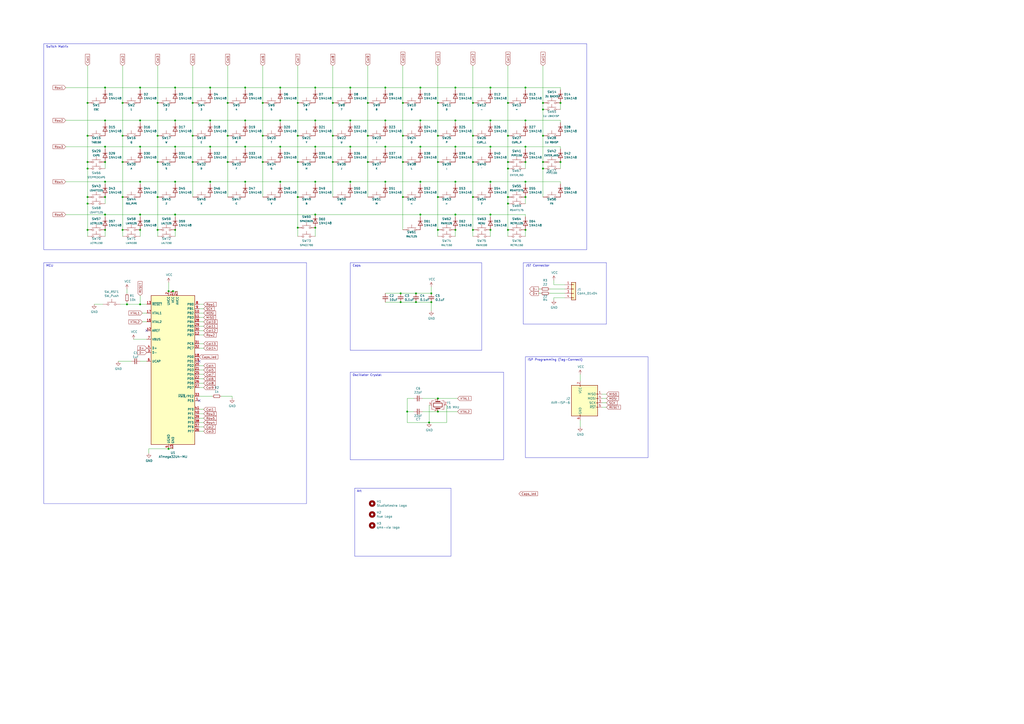
<source format=kicad_sch>
(kicad_sch (version 20220404) (generator eeschema)
  (paper "A2")
  (title_block (title "Nue 60% Universal PCB") (date "2022-03-24") (rev "1.1"))
  (junction (at 248.92 245.11))
  (junction (at 193.04 93.98))
  (junction (at 162.56 105.41))
  (junction (at 264.16 124.46))
  (junction (at 304.8 50.8))
  (junction (at 97.79 260.35))
  (junction (at 314.96 63.5))
  (junction (at 274.32 59.69))
  (junction (at 101.6 69.85))
  (junction (at 182.88 85.09))
  (junction (at 243.84 50.8))
  (junction (at 142.24 85.09))
  (junction (at 50.8 59.69))
  (junction (at 325.12 93.98))
  (junction (at 71.12 133.35))
  (junction (at 274.32 133.35))
  (junction (at 284.48 50.8))
  (junction (at 172.72 114.3))
  (junction (at 81.28 69.85))
  (junction (at 264.16 85.09))
  (junction (at 243.84 105.41))
  (junction (at 236.22 238.76))
  (junction (at 172.72 78.74))
  (junction (at 314.96 93.98))
  (junction (at 284.48 85.09))
  (junction (at 50.8 118.11))
  (junction (at 241.3 170.18))
  (junction (at 213.36 93.98))
  (junction (at 304.8 114.3))
  (junction (at 60.96 93.98))
  (junction (at 182.88 132.08))
  (junction (at 60.96 114.3))
  (junction (at 182.88 50.8))
  (junction (at 241.3 175.26))
  (junction (at 250.19 170.18))
  (junction (at 274.32 93.98))
  (junction (at 182.88 105.41))
  (junction (at 111.76 59.69))
  (junction (at 304.8 69.85))
  (junction (at 71.12 93.98))
  (junction (at 304.8 85.09))
  (junction (at 182.88 124.46))
  (junction (at 264.16 105.41))
  (junction (at 60.96 124.46))
  (junction (at 50.8 97.79))
  (junction (at 304.8 93.98))
  (junction (at 121.92 85.09))
  (junction (at 142.24 69.85))
  (junction (at 142.24 105.41))
  (junction (at 243.84 69.85))
  (junction (at 101.6 105.41))
  (junction (at 294.64 118.11))
  (junction (at 50.8 93.98))
  (junction (at 254 93.98))
  (junction (at 152.4 59.69))
  (junction (at 73.66 176.53))
  (junction (at 233.68 93.98))
  (junction (at 294.64 59.69))
  (junction (at 60.96 105.41))
  (junction (at 294.64 97.79))
  (junction (at 264.16 50.8))
  (junction (at 60.96 50.8))
  (junction (at 91.44 78.74))
  (junction (at 111.76 93.98))
  (junction (at 264.16 133.35))
  (junction (at 121.92 105.41))
  (junction (at 294.64 114.3))
  (junction (at 71.12 114.3))
  (junction (at 232.41 170.18))
  (junction (at 111.76 78.74))
  (junction (at 294.64 133.35))
  (junction (at 304.8 133.35))
  (junction (at 162.56 50.8))
  (junction (at 254 231.14))
  (junction (at 213.36 59.69))
  (junction (at 284.48 124.46))
  (junction (at 314.96 97.79))
  (junction (at 81.28 124.46))
  (junction (at 243.84 85.09))
  (junction (at 213.36 78.74))
  (junction (at 101.6 85.09))
  (junction (at 91.44 93.98))
  (junction (at 314.96 78.74))
  (junction (at 203.2 69.85))
  (junction (at 81.28 176.53))
  (junction (at 101.6 124.46))
  (junction (at 294.64 93.98))
  (junction (at 50.8 133.35))
  (junction (at 162.56 69.85))
  (junction (at 50.8 114.3))
  (junction (at 233.68 114.3))
  (junction (at 97.79 168.91))
  (junction (at 254 59.69))
  (junction (at 274.32 78.74))
  (junction (at 203.2 50.8))
  (junction (at 274.32 114.3))
  (junction (at 254 78.74))
  (junction (at 203.2 85.09))
  (junction (at 232.41 175.26))
  (junction (at 81.28 50.8))
  (junction (at 101.6 50.8))
  (junction (at 152.4 78.74))
  (junction (at 121.92 50.8))
  (junction (at 193.04 78.74))
  (junction (at 314.96 59.69))
  (junction (at 182.88 69.85))
  (junction (at 91.44 114.3))
  (junction (at 172.72 59.69))
  (junction (at 254 238.76))
  (junction (at 172.72 93.98))
  (junction (at 132.08 59.69))
  (junction (at 264.16 69.85))
  (junction (at 223.52 85.09))
  (junction (at 233.68 78.74))
  (junction (at 132.08 93.98))
  (junction (at 71.12 59.69))
  (junction (at 284.48 105.41))
  (junction (at 243.84 124.46))
  (junction (at 121.92 69.85))
  (junction (at 250.19 175.26))
  (junction (at 91.44 133.35))
  (junction (at 223.52 50.8))
  (junction (at 81.28 133.35))
  (junction (at 223.52 105.41))
  (junction (at 284.48 133.35))
  (junction (at 223.52 69.85))
  (junction (at 162.56 85.09))
  (junction (at 294.64 78.74))
  (junction (at 284.48 69.85))
  (junction (at 71.12 78.74))
  (junction (at 132.08 78.74))
  (junction (at 50.8 78.74))
  (junction (at 81.28 85.09))
  (junction (at 60.96 69.85))
  (junction (at 142.24 50.8))
  (junction (at 100.33 168.91))
  (junction (at 172.72 132.08))
  (junction (at 91.44 59.69))
  (junction (at 254 114.3))
  (junction (at 81.28 105.41))
  (junction (at 254 133.35))
  (junction (at 203.2 105.41))
  (junction (at 101.6 133.35))
  (junction (at 325.12 59.69))
  (junction (at 60.96 133.35))
  (junction (at 233.68 59.69))
  (junction (at 193.04 59.69))
  (junction (at 60.96 85.09))
  (junction (at 304.8 105.41))
  (junction (at 152.4 93.98))
  (no_connect (at 115.57 232.41))
  (no_connect (at 85.09 191.77))
  (no_connect (at 115.57 209.55))
  (wire (pts (xy 314.96 38.1) (xy 314.96 59.69)))
  (polyline (pts (xy 351.79 187.96) (xy 303.53 187.96)))
  (wire (pts (xy 264.16 50.8) (xy 264.16 52.07)))
  (wire (pts (xy 243.84 69.85) (xy 264.16 69.85)))
  (wire (pts (xy 254 38.1) (xy 254 59.69)))
  (wire (pts (xy 294.64 93.98) (xy 294.64 97.79)))
  (wire (pts (xy 318.77 167.64) (xy 327.66 167.64)))
  (wire (pts (xy 50.8 78.74) (xy 50.8 93.98)))
  (wire (pts (xy 223.52 105.41) (xy 243.84 105.41)))
  (wire (pts (xy 172.72 59.69) (xy 172.72 78.74)))
  (wire (pts (xy 264.16 69.85) (xy 264.16 71.12)))
  (wire (pts (xy 73.66 175.26) (xy 73.66 176.53)))
  (wire (pts (xy 182.88 85.09) (xy 203.2 85.09)))
  (wire (pts (xy 264.16 85.09) (xy 284.48 85.09)))
  (wire (pts (xy 233.68 38.1) (xy 233.68 59.69)))
  (wire (pts (xy 304.8 85.09) (xy 304.8 86.36)))
  (polyline (pts (xy 292.1 266.7) (xy 292.1 215.9)))
  (wire (pts (xy 162.56 69.85) (xy 162.56 71.12)))
  (wire (pts (xy 304.8 105.41) (xy 325.12 105.41)))
  (wire (pts (xy 81.28 50.8) (xy 81.28 52.07)))
  (wire (pts (xy 284.48 69.85) (xy 304.8 69.85)))
  (wire (pts (xy 223.52 69.85) (xy 243.84 69.85)))
  (wire (pts (xy 203.2 85.09) (xy 203.2 86.36)))
  (wire (pts (xy 101.6 133.35) (xy 101.6 137.16)))
  (wire (pts (xy 118.11 240.03) (xy 115.57 240.03)))
  (wire (pts (xy 182.88 69.85) (xy 182.88 71.12)))
  (wire (pts (xy 294.64 78.74) (xy 294.64 93.98)))
  (wire (pts (xy 314.96 97.79) (xy 314.96 114.3)))
  (wire (pts (xy 121.92 69.85) (xy 142.24 69.85)))
  (wire (pts (xy 243.84 105.41) (xy 243.84 106.68)))
  (polyline (pts (xy 304.8 265.43) (xy 375.92 265.43)))
  (wire (pts (xy 250.19 175.26) (xy 250.19 180.34)))
  (wire (pts (xy 101.6 85.09) (xy 101.6 86.36)))
  (wire (pts (xy 134.62 229.87) (xy 134.62 231.14)))
  (wire (pts (xy 182.88 85.09) (xy 182.88 86.36)))
  (wire (pts (xy 111.76 93.98) (xy 111.76 114.3)))
  (wire (pts (xy 162.56 50.8) (xy 182.88 50.8)))
  (polyline (pts (xy 177.8 292.1) (xy 177.8 152.4)))
  (wire (pts (xy 172.72 78.74) (xy 172.72 93.98)))
  (wire (pts (xy 54.61 176.53) (xy 59.69 176.53)))
  (wire (pts (xy 121.92 105.41) (xy 142.24 105.41)))
  (wire (pts (xy 223.52 50.8) (xy 223.52 52.07)))
  (wire (pts (xy 60.96 124.46) (xy 60.96 125.73)))
  (wire (pts (xy 182.88 124.46) (xy 243.84 124.46)))
  (wire (pts (xy 236.22 231.14) (xy 240.03 231.14)))
  (wire (pts (xy 313.69 170.18) (xy 312.42 170.18)))
  (wire (pts (xy 60.96 50.8) (xy 81.28 50.8)))
  (wire (pts (xy 274.32 38.1) (xy 274.32 59.69)))
  (wire (pts (xy 118.11 242.57) (xy 115.57 242.57)))
  (wire (pts (xy 152.4 59.69) (xy 152.4 78.74)))
  (wire (pts (xy 162.56 85.09) (xy 182.88 85.09)))
  (wire (pts (xy 248.92 234.95) (xy 248.92 245.11)))
  (wire (pts (xy 203.2 105.41) (xy 223.52 105.41)))
  (polyline (pts (xy 340.36 144.78) (xy 340.36 25.4)))
  (wire (pts (xy 203.2 69.85) (xy 203.2 71.12)))
  (wire (pts (xy 60.96 105.41) (xy 81.28 105.41)))
  (wire (pts (xy 236.22 245.11) (xy 236.22 238.76)))
  (wire (pts (xy 254 133.35) (xy 254 137.16)))
  (polyline (pts (xy 261.62 322.58) (xy 261.62 283.21)))
  (wire (pts (xy 182.88 132.08) (xy 182.88 137.16)))
  (wire (pts (xy 162.56 50.8) (xy 162.56 52.07)))
  (wire (pts (xy 304.8 85.09) (xy 325.12 85.09)))
  (wire (pts (xy 223.52 85.09) (xy 223.52 86.36)))
  (wire (pts (xy 118.11 181.61) (xy 115.57 181.61)))
  (wire (pts (xy 223.52 170.18) (xy 232.41 170.18)))
  (wire (pts (xy 233.68 59.69) (xy 233.68 78.74)))
  (wire (pts (xy 351.79 233.68) (xy 349.25 233.68)))
  (wire (pts (xy 232.41 170.18) (xy 241.3 170.18)))
  (wire (pts (xy 60.96 69.85) (xy 60.96 71.12)))
  (wire (pts (xy 162.56 69.85) (xy 182.88 69.85)))
  (wire (pts (xy 243.84 124.46) (xy 243.84 125.73)))
  (wire (pts (xy 111.76 59.69) (xy 111.76 78.74)))
  (polyline (pts (xy 205.74 322.58) (xy 261.62 322.58)))
  (wire (pts (xy 118.11 179.07) (xy 115.57 179.07)))
  (wire (pts (xy 182.88 69.85) (xy 203.2 69.85)))
  (wire (pts (xy 203.2 85.09) (xy 223.52 85.09)))
  (wire (pts (xy 294.64 118.11) (xy 294.64 133.35)))
  (wire (pts (xy 86.36 260.35) (xy 97.79 260.35)))
  (wire (pts (xy 111.76 38.1) (xy 111.76 59.69)))
  (wire (pts (xy 91.44 38.1) (xy 91.44 59.69)))
  (wire (pts (xy 115.57 229.87) (xy 123.19 229.87)))
  (wire (pts (xy 91.44 133.35) (xy 91.44 137.16)))
  (wire (pts (xy 264.16 105.41) (xy 284.48 105.41)))
  (wire (pts (xy 73.66 167.64) (xy 73.66 170.18)))
  (wire (pts (xy 274.32 93.98) (xy 274.32 114.3)))
  (wire (pts (xy 264.16 133.35) (xy 264.16 137.16)))
  (wire (pts (xy 118.11 176.53) (xy 115.57 176.53)))
  (polyline (pts (xy 203.2 215.9) (xy 203.2 266.7)))
  (wire (pts (xy 243.84 69.85) (xy 243.84 71.12)))
  (wire (pts (xy 264.16 69.85) (xy 284.48 69.85)))
  (polyline (pts (xy 351.79 152.4) (xy 351.79 187.96)))
  (wire (pts (xy 336.55 243.84) (xy 336.55 247.65)))
  (wire (pts (xy 243.84 50.8) (xy 264.16 50.8)))
  (wire (pts (xy 118.11 199.39) (xy 115.57 199.39)))
  (wire (pts (xy 60.96 85.09) (xy 81.28 85.09)))
  (wire (pts (xy 248.92 245.11) (xy 236.22 245.11)))
  (wire (pts (xy 81.28 176.53) (xy 73.66 176.53)))
  (wire (pts (xy 203.2 105.41) (xy 203.2 106.68)))
  (wire (pts (xy 50.8 93.98) (xy 50.8 97.79)))
  (wire (pts (xy 81.28 124.46) (xy 101.6 124.46)))
  (wire (pts (xy 172.72 132.08) (xy 172.72 137.16)))
  (wire (pts (xy 264.16 124.46) (xy 284.48 124.46)))
  (wire (pts (xy 172.72 114.3) (xy 172.72 132.08)))
  (wire (pts (xy 38.1 105.41) (xy 60.96 105.41)))
  (wire (pts (xy 254 114.3) (xy 254 133.35)))
  (wire (pts (xy 118.11 247.65) (xy 115.57 247.65)))
  (wire (pts (xy 213.36 59.69) (xy 213.36 78.74)))
  (wire (pts (xy 182.88 50.8) (xy 203.2 50.8)))
  (wire (pts (xy 38.1 50.8) (xy 60.96 50.8)))
  (wire (pts (xy 118.11 184.15) (xy 115.57 184.15)))
  (wire (pts (xy 81.28 85.09) (xy 81.28 86.36)))
  (wire (pts (xy 304.8 124.46) (xy 304.8 125.73)))
  (wire (pts (xy 91.44 59.69) (xy 91.44 78.74)))
  (wire (pts (xy 325.12 69.85) (xy 325.12 71.12)))
  (wire (pts (xy 321.31 172.72) (xy 321.31 173.99)))
  (wire (pts (xy 236.22 231.14) (xy 236.22 238.76)))
  (wire (pts (xy 213.36 93.98) (xy 213.36 114.3)))
  (wire (pts (xy 203.2 69.85) (xy 223.52 69.85)))
  (wire (pts (xy 314.96 93.98) (xy 314.96 97.79)))
  (wire (pts (xy 85.09 186.69) (xy 82.55 186.69)))
  (wire (pts (xy 81.28 69.85) (xy 81.28 71.12)))
  (wire (pts (xy 304.8 69.85) (xy 304.8 71.12)))
  (polyline (pts (xy 375.92 265.43) (xy 375.92 207.01)))
  (polyline (pts (xy 25.4 152.4) (xy 25.4 292.1)))
  (wire (pts (xy 118.11 224.79) (xy 115.57 224.79)))
  (wire (pts (xy 142.24 85.09) (xy 162.56 85.09)))
  (polyline (pts (xy 340.36 25.4) (xy 25.4 25.4)))
  (wire (pts (xy 304.8 133.35) (xy 304.8 137.16)))
  (wire (pts (xy 325.12 85.09) (xy 325.12 86.36)))
  (wire (pts (xy 284.48 105.41) (xy 284.48 106.68)))
  (wire (pts (xy 254 231.14) (xy 265.43 231.14)))
  (wire (pts (xy 118.11 194.31) (xy 115.57 194.31)))
  (wire (pts (xy 304.8 50.8) (xy 304.8 52.07)))
  (wire (pts (xy 81.28 85.09) (xy 101.6 85.09)))
  (polyline (pts (xy 279.4 203.2) (xy 279.4 152.4)))
  (wire (pts (xy 118.11 245.11) (xy 115.57 245.11)))
  (polyline (pts (xy 203.2 203.2) (xy 279.4 203.2)))
  (wire (pts (xy 294.64 38.1) (xy 294.64 59.69)))
  (wire (pts (xy 327.66 172.72) (xy 321.31 172.72)))
  (polyline (pts (xy 304.8 207.01) (xy 304.8 265.43)))
  (wire (pts (xy 284.48 85.09) (xy 304.8 85.09)))
  (wire (pts (xy 274.32 78.74) (xy 274.32 93.98)))
  (wire (pts (xy 85.09 209.55) (xy 81.28 209.55)))
  (wire (pts (xy 101.6 105.41) (xy 121.92 105.41)))
  (wire (pts (xy 203.2 50.8) (xy 223.52 50.8)))
  (wire (pts (xy 68.58 209.55) (xy 76.2 209.55)))
  (polyline (pts (xy 203.2 152.4) (xy 203.2 203.2)))
  (wire (pts (xy 71.12 93.98) (xy 71.12 114.3)))
  (wire (pts (xy 304.8 114.3) (xy 304.8 118.11)))
  (wire (pts (xy 71.12 114.3) (xy 71.12 133.35)))
  (polyline (pts (xy 292.1 215.9) (xy 203.2 215.9)))
  (wire (pts (xy 121.92 85.09) (xy 142.24 85.09)))
  (wire (pts (xy 81.28 124.46) (xy 81.28 125.73)))
  (wire (pts (xy 142.24 85.09) (xy 142.24 86.36)))
  (wire (pts (xy 111.76 78.74) (xy 111.76 93.98)))
  (wire (pts (xy 118.11 217.17) (xy 115.57 217.17)))
  (wire (pts (xy 97.79 168.91) (xy 100.33 168.91)))
  (wire (pts (xy 142.24 50.8) (xy 142.24 52.07)))
  (wire (pts (xy 232.41 175.26) (xy 241.3 175.26)))
  (wire (pts (xy 118.11 201.93) (xy 115.57 201.93)))
  (wire (pts (xy 318.77 170.18) (xy 327.66 170.18)))
  (polyline (pts (xy 177.8 152.4) (xy 25.4 152.4)))
  (wire (pts (xy 223.52 69.85) (xy 223.52 71.12)))
  (wire (pts (xy 314.96 78.74) (xy 314.96 93.98)))
  (wire (pts (xy 71.12 59.69) (xy 71.12 78.74)))
  (wire (pts (xy 284.48 124.46) (xy 284.48 125.73)))
  (wire (pts (xy 243.84 85.09) (xy 243.84 86.36)))
  (wire (pts (xy 101.6 69.85) (xy 101.6 71.12)))
  (wire (pts (xy 243.84 105.41) (xy 264.16 105.41)))
  (wire (pts (xy 86.36 260.35) (xy 86.36 262.89)))
  (polyline (pts (xy 303.53 187.96) (xy 303.53 152.4)))
  (wire (pts (xy 142.24 105.41) (xy 142.24 106.68)))
  (wire (pts (xy 294.64 114.3) (xy 294.64 118.11)))
  (wire (pts (xy 81.28 50.8) (xy 101.6 50.8)))
  (wire (pts (xy 264.16 124.46) (xy 264.16 125.73)))
  (wire (pts (xy 223.52 50.8) (xy 243.84 50.8)))
  (wire (pts (xy 254 78.74) (xy 254 93.98)))
  (wire (pts (xy 60.96 93.98) (xy 60.96 97.79)))
  (wire (pts (xy 101.6 50.8) (xy 101.6 52.07)))
  (wire (pts (xy 102.87 168.91) (xy 100.33 168.91)))
  (wire (pts (xy 336.55 217.17) (xy 336.55 220.98)))
  (wire (pts (xy 38.1 124.46) (xy 60.96 124.46)))
  (wire (pts (xy 182.88 105.41) (xy 203.2 105.41)))
  (wire (pts (xy 349.25 236.22) (xy 351.79 236.22)))
  (wire (pts (xy 82.55 181.61) (xy 85.09 181.61)))
  (wire (pts (xy 152.4 78.74) (xy 152.4 93.98)))
  (wire (pts (xy 118.11 219.71) (xy 115.57 219.71)))
  (wire (pts (xy 304.8 105.41) (xy 304.8 106.68)))
  (wire (pts (xy 121.92 50.8) (xy 121.92 52.07)))
  (wire (pts (xy 81.28 105.41) (xy 81.28 106.68)))
  (wire (pts (xy 284.48 69.85) (xy 284.48 71.12)))
  (wire (pts (xy 91.44 78.74) (xy 91.44 93.98)))
  (wire (pts (xy 50.8 97.79) (xy 50.8 114.3)))
  (wire (pts (xy 182.88 105.41) (xy 182.88 106.68)))
  (wire (pts (xy 81.28 69.85) (xy 101.6 69.85)))
  (wire (pts (xy 50.8 59.69) (xy 50.8 78.74)))
  (wire (pts (xy 152.4 38.1) (xy 152.4 59.69)))
  (wire (pts (xy 284.48 105.41) (xy 304.8 105.41)))
  (wire (pts (xy 132.08 59.69) (xy 132.08 78.74)))
  (wire (pts (xy 100.33 260.35) (xy 97.79 260.35)))
  (wire (pts (xy 254 59.69) (xy 254 78.74)))
  (wire (pts (xy 101.6 105.41) (xy 101.6 106.68)))
  (wire (pts (xy 274.32 133.35) (xy 274.32 137.16)))
  (wire (pts (xy 71.12 78.74) (xy 71.12 93.98)))
  (wire (pts (xy 213.36 78.74) (xy 213.36 93.98)))
  (wire (pts (xy 304.8 69.85) (xy 325.12 69.85)))
  (wire (pts (xy 60.96 85.09) (xy 60.96 86.36)))
  (wire (pts (xy 182.88 50.8) (xy 182.88 52.07)))
  (wire (pts (xy 60.96 50.8) (xy 60.96 52.07)))
  (wire (pts (xy 213.36 38.1) (xy 213.36 59.69)))
  (wire (pts (xy 121.92 69.85) (xy 121.92 71.12)))
  (wire (pts (xy 313.69 167.64) (xy 312.42 167.64)))
  (wire (pts (xy 284.48 50.8) (xy 304.8 50.8)))
  (polyline (pts (xy 25.4 144.78) (xy 340.36 144.78)))
  (wire (pts (xy 294.64 133.35) (xy 294.64 137.16)))
  (wire (pts (xy 101.6 124.46) (xy 101.6 125.73)))
  (wire (pts (xy 73.66 176.53) (xy 69.85 176.53)))
  (wire (pts (xy 81.28 105.41) (xy 101.6 105.41)))
  (wire (pts (xy 314.96 63.5) (xy 314.96 78.74)))
  (wire (pts (xy 101.6 85.09) (xy 121.92 85.09)))
  (wire (pts (xy 142.24 50.8) (xy 162.56 50.8)))
  (wire (pts (xy 327.66 165.1) (xy 321.31 165.1)))
  (wire (pts (xy 325.12 59.69) (xy 325.12 63.5)))
  (wire (pts (xy 85.09 176.53) (xy 81.28 176.53)))
  (wire (pts (xy 152.4 93.98) (xy 152.4 114.3)))
  (wire (pts (xy 50.8 114.3) (xy 50.8 118.11)))
  (wire (pts (xy 118.11 214.63) (xy 115.57 214.63)))
  (wire (pts (xy 259.08 245.11) (xy 248.92 245.11)))
  (wire (pts (xy 50.8 133.35) (xy 50.8 137.16)))
  (wire (pts (xy 121.92 50.8) (xy 142.24 50.8)))
  (wire (pts (xy 259.08 234.95) (xy 259.08 245.11)))
  (wire (pts (xy 250.19 170.18) (xy 250.19 166.37)))
  (wire (pts (xy 223.52 175.26) (xy 232.41 175.26)))
  (wire (pts (xy 60.96 124.46) (xy 81.28 124.46)))
  (wire (pts (xy 245.11 231.14) (xy 254 231.14)))
  (wire (pts (xy 118.11 189.23) (xy 115.57 189.23)))
  (wire (pts (xy 241.3 175.26) (xy 250.19 175.26)))
  (polyline (pts (xy 261.62 283.21) (xy 205.74 283.21)))
  (polyline (pts (xy 25.4 25.4) (xy 25.4 144.78)))
  (wire (pts (xy 162.56 105.41) (xy 182.88 105.41)))
  (wire (pts (xy 233.68 114.3) (xy 233.68 133.35)))
  (wire (pts (xy 50.8 118.11) (xy 50.8 133.35)))
  (wire (pts (xy 101.6 50.8) (xy 121.92 50.8)))
  (wire (pts (xy 274.32 59.69) (xy 274.32 78.74)))
  (wire (pts (xy 193.04 59.69) (xy 193.04 78.74)))
  (wire (pts (xy 243.84 85.09) (xy 264.16 85.09)))
  (wire (pts (xy 236.22 238.76) (xy 240.03 238.76)))
  (wire (pts (xy 81.28 133.35) (xy 81.28 137.16)))
  (wire (pts (xy 284.48 124.46) (xy 304.8 124.46)))
  (wire (pts (xy 71.12 133.35) (xy 71.12 137.16)))
  (wire (pts (xy 118.11 212.09) (xy 115.57 212.09)))
  (wire (pts (xy 254 238.76) (xy 265.43 238.76)))
  (wire (pts (xy 233.68 78.74) (xy 233.68 93.98)))
  (wire (pts (xy 193.04 78.74) (xy 193.04 93.98)))
  (wire (pts (xy 203.2 50.8) (xy 203.2 52.07)))
  (wire (pts (xy 172.72 38.1) (xy 172.72 59.69)))
  (wire (pts (xy 60.96 105.41) (xy 60.96 106.68)))
  (polyline (pts (xy 303.53 152.4) (xy 351.79 152.4)))
  (wire (pts (xy 85.09 196.85) (xy 77.47 196.85)))
  (wire (pts (xy 38.1 85.09) (xy 60.96 85.09)))
  (wire (pts (xy 243.84 124.46) (xy 264.16 124.46)))
  (wire (pts (xy 325.12 50.8) (xy 325.12 52.07)))
  (wire (pts (xy 193.04 38.1) (xy 193.04 59.69)))
  (wire (pts (xy 264.16 105.41) (xy 264.16 106.68)))
  (wire (pts (xy 118.11 222.25) (xy 115.57 222.25)))
  (wire (pts (xy 243.84 50.8) (xy 243.84 52.07)))
  (wire (pts (xy 325.12 93.98) (xy 325.12 97.79)))
  (polyline (pts (xy 279.4 152.4) (xy 203.2 152.4)))
  (wire (pts (xy 172.72 93.98) (xy 172.72 114.3)))
  (wire (pts (xy 294.64 59.69) (xy 294.64 78.74)))
  (wire (pts (xy 325.12 105.41) (xy 325.12 106.68)))
  (wire (pts (xy 351.79 228.6) (xy 349.25 228.6)))
  (wire (pts (xy 264.16 50.8) (xy 284.48 50.8)))
  (wire (pts (xy 254 93.98) (xy 254 114.3)))
  (wire (pts (xy 284.48 50.8) (xy 284.48 52.07)))
  (wire (pts (xy 314.96 59.69) (xy 314.96 63.5)))
  (wire (pts (xy 118.11 186.69) (xy 115.57 186.69)))
  (wire (pts (xy 223.52 85.09) (xy 243.84 85.09)))
  (polyline (pts (xy 375.92 207.01) (xy 304.8 207.01)))
  (wire (pts (xy 128.27 229.87) (xy 134.62 229.87)))
  (wire (pts (xy 321.31 162.56) (xy 321.31 165.1)))
  (wire (pts (xy 294.64 97.79) (xy 294.64 114.3)))
  (wire (pts (xy 60.96 114.3) (xy 60.96 118.11)))
  (wire (pts (xy 132.08 38.1) (xy 132.08 59.69)))
  (wire (pts (xy 38.1 69.85) (xy 60.96 69.85)))
  (wire (pts (xy 304.8 93.98) (xy 304.8 97.79)))
  (wire (pts (xy 121.92 85.09) (xy 121.92 86.36)))
  (wire (pts (xy 60.96 69.85) (xy 81.28 69.85)))
  (wire (pts (xy 132.08 93.98) (xy 132.08 114.3)))
  (wire (pts (xy 101.6 69.85) (xy 121.92 69.85)))
  (wire (pts (xy 162.56 85.09) (xy 162.56 86.36)))
  (wire (pts (xy 284.48 133.35) (xy 284.48 137.16)))
  (wire (pts (xy 118.11 237.49) (xy 115.57 237.49)))
  (wire (pts (xy 71.12 38.1) (xy 71.12 59.69)))
  (wire (pts (xy 274.32 114.3) (xy 274.32 133.35)))
  (wire (pts (xy 223.52 105.41) (xy 223.52 106.68)))
  (wire (pts (xy 118.11 191.77) (xy 115.57 191.77)))
  (wire (pts (xy 351.79 231.14) (xy 349.25 231.14)))
  (wire (pts (xy 91.44 93.98) (xy 91.44 114.3)))
  (wire (pts (xy 60.96 133.35) (xy 60.96 137.16)))
  (wire (pts (xy 142.24 105.41) (xy 162.56 105.41)))
  (wire (pts (xy 233.68 93.98) (xy 233.68 114.3)))
  (wire (pts (xy 132.08 78.74) (xy 132.08 93.98)))
  (wire (pts (xy 264.16 85.09) (xy 264.16 86.36)))
  (polyline (pts (xy 205.74 283.21) (xy 205.74 322.58)))
  (wire (pts (xy 97.79 168.91) (xy 97.79 163.83)))
  (wire (pts (xy 193.04 93.98) (xy 193.04 114.3)))
  (wire (pts (xy 142.24 69.85) (xy 162.56 69.85)))
  (wire (pts (xy 142.24 69.85) (xy 142.24 71.12)))
  (wire (pts (xy 284.48 85.09) (xy 284.48 86.36)))
  (wire (pts (xy 245.11 238.76) (xy 254 238.76)))
  (wire (pts (xy 241.3 170.18) (xy 250.19 170.18)))
  (wire (pts (xy 162.56 105.41) (xy 162.56 106.68)))
  (polyline (pts (xy 25.4 292.1) (xy 177.8 292.1)))
  (wire (pts (xy 118.11 250.19) (xy 115.57 250.19)))
  (polyline (pts (xy 203.2 266.7) (xy 292.1 266.7)))
  (wire (pts (xy 81.28 171.45) (xy 81.28 176.53)))
  (wire (pts (xy 91.44 114.3) (xy 91.44 133.35)))
  (wire (pts (xy 50.8 38.1) (xy 50.8 59.69)))
  (wire (pts (xy 121.92 105.41) (xy 121.92 106.68)))
  (wire (pts (xy 304.8 50.8) (xy 325.12 50.8)))
  (wire (pts (xy 101.6 124.46) (xy 182.88 124.46)))
  (text "Oscillator Crystal" (at 204.47 218.44 0) (effects (font (size 1.27 1.27)) (justify left bottom)))
  (text "MCU" (at 26.67 154.94 0) (effects (font (size 1.27 1.27)) (justify left bottom)))
  (text "ISP Programming (Tag-Connect)" (at 306.07 209.55 0) (effects (font (size 1.27 1.27)) (justify left bottom)))
  (text "JST Connector" (at 318.77 154.94 0) (effects (font (size 1.27 1.27)) (justify right bottom)))
  (text "Caps" (at 204.47 154.94 0) (effects (font (size 1.27 1.27)) (justify left bottom)))
  (text "Switch Matrix" (at 26.67 27.94 0) (effects (font (size 1.27 1.27)) (justify left bottom)))
  (text "Art" (at 207.01 285.75 0) (effects (font (size 1.27 1.27)) (justify left bottom)))
  (global_label "Col6" (shape input) (at 152.4 38.1 90) (property "Intersheet References" "${INTERSHEET_REFS}" (effects hide)))
  (global_label "Col12" (shape input) (at 274.32 38.1 90) (property "Intersheet References" "${INTERSHEET_REFS}" (effects hide)))
  (global_label "Col3" (shape input) (at 91.44 38.1 90) (property "Intersheet References" "${INTERSHEET_REFS}" (effects hide)))
  (global_label "D-" (shape input) (at 85.09 204.47 180) (property "Intersheet References" "${INTERSHEET_REFS}" (effects hide)))
  (global_label "Col7" (shape input) (at 172.72 38.1 90) (property "Intersheet References" "${INTERSHEET_REFS}" (effects hide)))
  (global_label "SCK" (shape input) (at 351.79 233.68 0) (property "Intersheet References" "${INTERSHEET_REFS}" (effects hide)))
  (global_label "Col4" (shape input) (at 118.11 212.09 0) (property "Intersheet References" "${INTERSHEET_REFS}" (effects hide)))
  (global_label "Row5" (shape input) (at 38.1 124.46 180) (property "Intersheet References" "${INTERSHEET_REFS}" (effects hide)))
  (global_label "Caps_led" (shape input) (at 300.99 286.385 0) (property "Intersheetrefs" "${INTERSHEET_REFS}" (effects hide)))
  (global_label "MISO" (shape input) (at 118.11 184.15 0) (property "Intersheet References" "${INTERSHEET_REFS}" (effects hide)))
  (global_label "Row5" (shape input) (at 118.11 242.57 0) (property "Intersheet References" "${INTERSHEET_REFS}" (effects hide)))
  (global_label "Col11" (shape input) (at 118.11 189.23 0) (property "Intersheet References" "${INTERSHEET_REFS}" (effects hide)))
  (global_label "Col9" (shape input) (at 118.11 224.79 0) (property "Intersheet References" "${INTERSHEET_REFS}" (effects hide)))
  (global_label "Col9" (shape input) (at 213.36 38.1 90) (property "Intersheet References" "${INTERSHEET_REFS}" (effects hide)))
  (global_label "Row1" (shape input) (at 38.1 50.8 180) (property "Intersheet References" "${INTERSHEET_REFS}" (effects hide)))
  (global_label "Col11" (shape input) (at 254 38.1 90) (property "Intersheet References" "${INTERSHEET_REFS}" (effects hide)))
  (global_label "Col1" (shape input) (at 50.8 38.1 90) (property "Intersheet References" "${INTERSHEET_REFS}" (effects hide)))
  (global_label "MISO" (shape input) (at 351.79 228.6 0) (property "Intersheet References" "${INTERSHEET_REFS}" (effects hide)))
  (global_label "XTAL2" (shape input) (at 265.43 238.76 0) (property "Intersheet References" "${INTERSHEET_REFS}" (effects hide)))
  (global_label "Col3" (shape input) (at 118.11 250.19 0) (property "Intersheet References" "${INTERSHEET_REFS}" (effects hide)))
  (global_label "Row3" (shape input) (at 118.11 240.03 0) (property "Intersheet References" "${INTERSHEET_REFS}" (effects hide)))
  (global_label "Col12" (shape input) (at 118.11 191.77 0) (property "Intersheet References" "${INTERSHEET_REFS}" (effects hide)))
  (global_label "Col5" (shape input) (at 132.08 38.1 90) (property "Intersheet References" "${INTERSHEET_REFS}" (effects hide)))
  (global_label "Col2" (shape input) (at 118.11 247.65 0) (property "Intersheet References" "${INTERSHEET_REFS}" (effects hide)))
  (global_label "XTAL1" (shape input) (at 82.55 181.61 180) (property "Intersheet References" "${INTERSHEET_REFS}" (effects hide)))
  (global_label "Col8" (shape input) (at 118.11 222.25 0) (property "Intersheet References" "${INTERSHEET_REFS}" (effects hide)))
  (global_label "Row3" (shape input) (at 38.1 85.09 180) (property "Intersheet References" "${INTERSHEET_REFS}" (effects hide)))
  (global_label "Col8" (shape input) (at 193.04 38.1 90) (property "Intersheet References" "${INTERSHEET_REFS}" (effects hide)))
  (global_label "Col10" (shape input) (at 233.68 38.1 90) (property "Intersheet References" "${INTERSHEET_REFS}" (effects hide)))
  (global_label "Col14" (shape input) (at 118.11 201.93 0) (property "Intersheet References" "${INTERSHEET_REFS}" (effects hide)))
  (global_label "RESET" (shape input) (at 351.79 236.22 0) (property "Intersheet References" "${INTERSHEET_REFS}" (effects hide)))
  (global_label "MOSI" (shape input) (at 118.11 181.61 0) (property "Intersheet References" "${INTERSHEET_REFS}" (effects hide)))
  (global_label "Caps_led" (shape input) (at 115.57 207.01 0) (property "Intersheetrefs" "${INTERSHEET_REFS}" (effects hide)))
  (global_label "Col4" (shape input) (at 111.76 38.1 90) (property "Intersheet References" "${INTERSHEET_REFS}" (effects hide)))
  (global_label "Col5" (shape input) (at 118.11 214.63 0) (property "Intersheet References" "${INTERSHEET_REFS}" (effects hide)))
  (global_label "Col14" (shape input) (at 314.96 38.1 90) (property "Intersheet References" "${INTERSHEET_REFS}" (effects hide)))
  (global_label "RESET" (shape input) (at 81.28 171.45 90) (property "Intersheet References" "${INTERSHEET_REFS}" (effects hide)))
  (global_label "Row4" (shape input) (at 118.11 245.11 0) (property "Intersheet References" "${INTERSHEET_REFS}" (effects hide)))
  (global_label "Col10" (shape input) (at 118.11 186.69 0) (property "Intersheet References" "${INTERSHEET_REFS}" (effects hide)))
  (global_label "Row1" (shape input) (at 118.11 176.53 0) (property "Intersheet References" "${INTERSHEET_REFS}" (effects hide)))
  (global_label "Col2" (shape input) (at 71.12 38.1 90) (property "Intersheet References" "${INTERSHEET_REFS}" (effects hide)))
  (global_label "Row2" (shape input) (at 118.11 194.31 0) (property "Intersheet References" "${INTERSHEET_REFS}" (effects hide)))
  (global_label "Col13" (shape input) (at 118.11 199.39 0) (property "Intersheet References" "${INTERSHEET_REFS}" (effects hide)))
  (global_label "Col6" (shape input) (at 118.11 219.71 0) (property "Intersheet References" "${INTERSHEET_REFS}" (effects hide)))
  (global_label "D+" (shape output) (at 312.42 170.18 180) (property "Intersheet References" "${INTERSHEET_REFS}" (effects hide)))
  (global_label "Col7" (shape input) (at 118.11 217.17 0) (property "Intersheet References" "${INTERSHEET_REFS}" (effects hide)))
  (global_label "D+" (shape input) (at 85.09 201.93 180) (property "Intersheet References" "${INTERSHEET_REFS}" (effects hide)))
  (global_label "D-" (shape output) (at 312.42 167.64 180) (property "Intersheet References" "${INTERSHEET_REFS}" (effects hide)))
  (global_label "SCK" (shape input) (at 118.11 179.07 0) (property "Intersheet References" "${INTERSHEET_REFS}" (effects hide)))
  (global_label "Col1" (shape input) (at 118.11 237.49 0) (property "Intersheet References" "${INTERSHEET_REFS}" (effects hide)))
  (global_label "XTAL1" (shape input) (at 265.43 231.14 0) (property "Intersheet References" "${INTERSHEET_REFS}" (effects hide)))
  (global_label "Col13" (shape input) (at 294.64 38.1 90) (property "Intersheet References" "${INTERSHEET_REFS}" (effects hide)))
  (global_label "XTAL2" (shape input) (at 82.55 186.69 180) (property "Intersheet References" "${INTERSHEET_REFS}" (effects hide)))
  (global_label "Row4" (shape input) (at 38.1 105.41 180) (property "Intersheet References" "${INTERSHEET_REFS}" (effects hide)))
  (global_label "MOSI" (shape input) (at 351.79 231.14 0) (property "Intersheet References" "${INTERSHEET_REFS}" (effects hide)))
  (global_label "Row2" (shape input) (at 38.1 69.85 180) (property "Intersheet References" "${INTERSHEET_REFS}" (effects hide)))
  (symbol (lib_id "Switch:SW_Push") (at 55.88 59.69 0) (unit 1)
    (default_instance (reference "U") (unit 1) (value "") (footprint ""))
    (property "Reference" "SW1" (at 55.88 60.96 0))
    (property "Value" "ESC" (at 55.88 63.5 0) (effects (font (size 0.9906 0.9906))))
    (property "Footprint" "kestralib:MX100" (effects hide))
  )
  (symbol (lib_id "Device:D") (at 60.96 55.88 270) (unit 1)
    (default_instance (reference "U") (unit 1) (value "") (footprint ""))
    (property "Reference" "D1" (at 62.9666 54.7116 90) (effects (justify left)))
    (property "Value" "1N4148" (at 62.9666 57.023 90) (effects (justify left)))
    (property "Footprint" "Diode_SMD:D_SOD-123" (effects hide))
  )
  (symbol (lib_id "Device:D") (at 81.28 55.88 270) (unit 1)
    (default_instance (reference "U") (unit 1) (value "") (footprint ""))
    (property "Reference" "D2" (at 83.2866 54.7116 90) (effects (justify left)))
    (property "Value" "1N4148" (at 83.2866 57.023 90) (effects (justify left)))
    (property "Footprint" "Diode_SMD:D_SOD-123" (effects hide))
  )
  (symbol (lib_id "Switch:SW_Push") (at 76.2 59.69 0) (unit 1)
    (default_instance (reference "U") (unit 1) (value "") (footprint ""))
    (property "Reference" "SW2" (at 76.2 60.96 0))
    (property "Value" "1" (at 76.2 63.5 0) (effects (font (size 0.9906 0.9906))))
    (property "Footprint" "kestralib:MX100" (effects hide))
  )
  (symbol (lib_id "Device:D") (at 101.6 55.88 270) (unit 1)
    (default_instance (reference "U") (unit 1) (value "") (footprint ""))
    (property "Reference" "D3" (at 103.6066 54.7116 90) (effects (justify left)))
    (property "Value" "1N4148" (at 103.6066 57.023 90) (effects (justify left)))
    (property "Footprint" "Diode_SMD:D_SOD-123" (effects hide))
  )
  (symbol (lib_id "Switch:SW_Push") (at 96.52 59.69 0) (unit 1)
    (default_instance (reference "U") (unit 1) (value "") (footprint ""))
    (property "Reference" "SW3" (at 96.52 60.96 0))
    (property "Value" "2" (at 96.52 63.5 0) (effects (font (size 0.9906 0.9906))))
    (property "Footprint" "kestralib:MX100" (effects hide))
  )
  (symbol (lib_id "Device:D") (at 121.92 55.88 270) (unit 1)
    (default_instance (reference "U") (unit 1) (value "") (footprint ""))
    (property "Reference" "D4" (at 123.9266 54.7116 90) (effects (justify left)))
    (property "Value" "1N4148" (at 123.9266 57.023 90) (effects (justify left)))
    (property "Footprint" "Diode_SMD:D_SOD-123" (effects hide))
  )
  (symbol (lib_id "Switch:SW_Push") (at 116.84 59.69 0) (unit 1)
    (default_instance (reference "U") (unit 1) (value "") (footprint ""))
    (property "Reference" "SW4" (at 116.84 60.96 0))
    (property "Value" "3" (at 116.84 63.5 0) (effects (font (size 0.9906 0.9906))))
    (property "Footprint" "kestralib:MX100" (effects hide))
  )
  (symbol (lib_id "Device:D") (at 142.24 55.88 270) (unit 1)
    (default_instance (reference "U") (unit 1) (value "") (footprint ""))
    (property "Reference" "D5" (at 144.2466 54.7116 90) (effects (justify left)))
    (property "Value" "1N4148" (at 144.2466 57.023 90) (effects (justify left)))
    (property "Footprint" "Diode_SMD:D_SOD-123" (effects hide))
  )
  (symbol (lib_id "Switch:SW_Push") (at 137.16 59.69 0) (unit 1)
    (default_instance (reference "U") (unit 1) (value "") (footprint ""))
    (property "Reference" "SW5" (at 137.16 60.96 0))
    (property "Value" "4" (at 137.16 63.5 0) (effects (font (size 0.9906 0.9906))))
    (property "Footprint" "kestralib:MX100" (effects hide))
  )
  (symbol (lib_id "Device:D") (at 162.56 55.88 270) (unit 1)
    (default_instance (reference "U") (unit 1) (value "") (footprint ""))
    (property "Reference" "D6" (at 164.5666 54.7116 90) (effects (justify left)))
    (property "Value" "1N4148" (at 164.5666 57.023 90) (effects (justify left)))
    (property "Footprint" "Diode_SMD:D_SOD-123" (effects hide))
  )
  (symbol (lib_id "Switch:SW_Push") (at 157.48 59.69 0) (unit 1)
    (default_instance (reference "U") (unit 1) (value "") (footprint ""))
    (property "Reference" "SW6" (at 157.48 60.96 0))
    (property "Value" "5" (at 157.48 63.5 0) (effects (font (size 0.9906 0.9906))))
    (property "Footprint" "kestralib:MX100" (effects hide))
  )
  (symbol (lib_id "Device:D") (at 182.88 55.88 270) (unit 1)
    (default_instance (reference "U") (unit 1) (value "") (footprint ""))
    (property "Reference" "D7" (at 184.8866 54.7116 90) (effects (justify left)))
    (property "Value" "1N4148" (at 184.8866 57.023 90) (effects (justify left)))
    (property "Footprint" "Diode_SMD:D_SOD-123" (effects hide))
  )
  (symbol (lib_id "Switch:SW_Push") (at 177.8 59.69 0) (unit 1)
    (default_instance (reference "U") (unit 1) (value "") (footprint ""))
    (property "Reference" "SW7" (at 177.8 60.96 0))
    (property "Value" "6" (at 177.8 63.5 0) (effects (font (size 0.9906 0.9906))))
    (property "Footprint" "kestralib:MX100" (effects hide))
  )
  (symbol (lib_id "Device:D") (at 203.2 55.88 270) (unit 1)
    (default_instance (reference "U") (unit 1) (value "") (footprint ""))
    (property "Reference" "D8" (at 205.2066 54.7116 90) (effects (justify left)))
    (property "Value" "1N4148" (at 205.2066 57.023 90) (effects (justify left)))
    (property "Footprint" "Diode_SMD:D_SOD-123" (effects hide))
  )
  (symbol (lib_id "Switch:SW_Push") (at 198.12 59.69 0) (unit 1)
    (default_instance (reference "U") (unit 1) (value "") (footprint ""))
    (property "Reference" "SW8" (at 198.12 60.96 0))
    (property "Value" "7" (at 198.12 63.5 0) (effects (font (size 0.9906 0.9906))))
    (property "Footprint" "kestralib:MX100" (effects hide))
  )
  (symbol (lib_id "Device:D") (at 223.52 55.88 270) (unit 1)
    (default_instance (reference "U") (unit 1) (value "") (footprint ""))
    (property "Reference" "D9" (at 225.5266 54.7116 90) (effects (justify left)))
    (property "Value" "1N4148" (at 225.5266 57.023 90) (effects (justify left)))
    (property "Footprint" "Diode_SMD:D_SOD-123" (effects hide))
  )
  (symbol (lib_id "Switch:SW_Push") (at 218.44 59.69 0) (unit 1)
    (default_instance (reference "U") (unit 1) (value "") (footprint ""))
    (property "Reference" "SW9" (at 218.44 60.96 0))
    (property "Value" "8" (at 218.44 63.5 0) (effects (font (size 0.9906 0.9906))))
    (property "Footprint" "kestralib:MX100" (effects hide))
  )
  (symbol (lib_id "Device:D") (at 243.84 55.88 270) (unit 1)
    (default_instance (reference "U") (unit 1) (value "") (footprint ""))
    (property "Reference" "D10" (at 245.8466 54.7116 90) (effects (justify left)))
    (property "Value" "1N4148" (at 245.8466 57.023 90) (effects (justify left)))
    (property "Footprint" "Diode_SMD:D_SOD-123" (effects hide))
  )
  (symbol (lib_id "Switch:SW_Push") (at 238.76 59.69 0) (unit 1)
    (default_instance (reference "U") (unit 1) (value "") (footprint ""))
    (property "Reference" "SW10" (at 238.76 60.96 0))
    (property "Value" "9" (at 238.76 63.5 0) (effects (font (size 0.9906 0.9906))))
    (property "Footprint" "kestralib:MX100" (effects hide))
  )
  (symbol (lib_id "Device:D") (at 264.16 55.88 270) (unit 1)
    (default_instance (reference "U") (unit 1) (value "") (footprint ""))
    (property "Reference" "D11" (at 266.1666 54.7116 90) (effects (justify left)))
    (property "Value" "1N4148" (at 266.1666 57.023 90) (effects (justify left)))
    (property "Footprint" "Diode_SMD:D_SOD-123" (effects hide))
  )
  (symbol (lib_id "Switch:SW_Push") (at 259.08 59.69 0) (unit 1)
    (default_instance (reference "U") (unit 1) (value "") (footprint ""))
    (property "Reference" "SW11" (at 259.08 60.96 0))
    (property "Value" "0" (at 259.08 63.5 0) (effects (font (size 0.9906 0.9906))))
    (property "Footprint" "kestralib:MX100" (effects hide))
  )
  (symbol (lib_id "Device:D") (at 284.48 55.88 270) (unit 1)
    (default_instance (reference "U") (unit 1) (value "") (footprint ""))
    (property "Reference" "D12" (at 286.4866 54.7116 90) (effects (justify left)))
    (property "Value" "1N4148" (at 286.4866 57.023 90) (effects (justify left)))
    (property "Footprint" "Diode_SMD:D_SOD-123" (effects hide))
  )
  (symbol (lib_id "Switch:SW_Push") (at 279.4 59.69 0) (unit 1)
    (default_instance (reference "U") (unit 1) (value "") (footprint ""))
    (property "Reference" "SW12" (at 279.4 60.96 0))
    (property "Value" "-" (at 279.4 63.5 0) (effects (font (size 0.9906 0.9906))))
    (property "Footprint" "kestralib:MX100" (effects hide))
  )
  (symbol (lib_id "Device:D") (at 304.8 55.88 270) (unit 1)
    (default_instance (reference "U") (unit 1) (value "") (footprint ""))
    (property "Reference" "D13" (at 306.8066 54.7116 90) (effects (justify left)))
    (property "Value" "1N4148" (at 306.8066 57.023 90) (effects (justify left)))
    (property "Footprint" "Diode_SMD:D_SOD-123" (effects hide))
  )
  (symbol (lib_id "Switch:SW_Push") (at 299.72 59.69 0) (unit 1)
    (default_instance (reference "U") (unit 1) (value "") (footprint ""))
    (property "Reference" "SW13" (at 299.72 60.96 0))
    (property "Value" "=" (at 299.72 63.5 0) (effects (font (size 0.9906 0.9906))))
    (property "Footprint" "kestralib:MX100" (effects hide))
  )
  (symbol (lib_id "Device:D") (at 325.12 55.88 270) (unit 1)
    (default_instance (reference "U") (unit 1) (value "") (footprint ""))
    (property "Reference" "D14" (at 327.1266 54.7116 90) (effects (justify left)))
    (property "Value" "1N4148" (at 327.1266 57.023 90) (effects (justify left)))
    (property "Footprint" "Diode_SMD:D_SOD-123" (effects hide))
  )
  (symbol (lib_id "Switch:SW_Push") (at 299.72 97.79 0) (unit 1)
    (default_instance (reference "U") (unit 1) (value "") (footprint ""))
    (property "Reference" "SW67" (at 299.72 99.06 0))
    (property "Value" "ENTER_ISO" (at 299.72 101.6 0) (effects (font (size 0.9906 0.9906))))
    (property "Footprint" "kestralib:MXISOEnter" (effects hide))
  )
  (symbol (lib_id "Switch:SW_Push") (at 55.88 118.11 0) (unit 1)
    (default_instance (reference "U") (unit 1) (value "") (footprint ""))
    (property "Reference" "SW68" (at 55.88 120.65 0))
    (property "Value" "LSHIFT125" (at 55.88 123.19 0) (effects (font (size 0.9906 0.9906))))
    (property "Footprint" "kestralib:MX125" (effects hide))
  )
  (symbol (lib_id "Switch:SW_Push") (at 55.88 137.16 0) (unit 1)
    (default_instance (reference "U") (unit 1) (value "") (footprint ""))
    (property "Reference" "SW70" (at 55.88 138.43 0))
    (property "Value" "LCTRL150" (at 55.88 140.97 0) (effects (font (size 0.9906 0.9906))))
    (property "Footprint" "kestralib:MX150" (effects hide))
  )
  (symbol (lib_id "Switch:SW_Push") (at 55.88 78.74 0) (unit 1)
    (default_instance (reference "U") (unit 1) (value "") (footprint ""))
    (property "Reference" "SW15" (at 55.88 80.01 0))
    (property "Value" "TAB150" (at 55.88 82.55 0) (effects (font (size 0.9906 0.9906))))
    (property "Footprint" "kestralib:MX150" (effects hide))
  )
  (symbol (lib_id "Switch:SW_Push") (at 76.2 78.74 0) (unit 1)
    (default_instance (reference "U") (unit 1) (value "") (footprint ""))
    (property "Reference" "SW16" (at 76.2 80.01 0))
    (property "Value" "Q" (at 76.2 82.55 0) (effects (font (size 0.9906 0.9906))))
    (property "Footprint" "kestralib:MX100" (effects hide))
  )
  (symbol (lib_id "Switch:SW_Push") (at 96.52 78.74 0) (unit 1)
    (default_instance (reference "U") (unit 1) (value "") (footprint ""))
    (property "Reference" "SW17" (at 96.52 80.01 0))
    (property "Value" "W" (at 96.52 82.55 0) (effects (font (size 0.9906 0.9906))))
    (property "Footprint" "kestralib:MX100" (effects hide))
  )
  (symbol (lib_id "Switch:SW_Push") (at 116.84 78.74 0) (unit 1)
    (default_instance (reference "U") (unit 1) (value "") (footprint ""))
    (property "Reference" "SW18" (at 116.84 80.01 0))
    (property "Value" "E" (at 116.84 82.55 0) (effects (font (size 0.9906 0.9906))))
    (property "Footprint" "kestralib:MX100" (effects hide))
  )
  (symbol (lib_id "Switch:SW_Push") (at 137.16 78.74 0) (unit 1)
    (default_instance (reference "U") (unit 1) (value "") (footprint ""))
    (property "Reference" "SW19" (at 137.16 80.01 0))
    (property "Value" "R" (at 137.16 82.55 0) (effects (font (size 0.9906 0.9906))))
    (property "Footprint" "kestralib:MX100" (effects hide))
  )
  (symbol (lib_id "Switch:SW_Push") (at 157.48 78.74 0) (unit 1)
    (default_instance (reference "U") (unit 1) (value "") (footprint ""))
    (property "Reference" "SW20" (at 157.48 80.01 0))
    (property "Value" "T" (at 157.48 82.55 0) (effects (font (size 0.9906 0.9906))))
    (property "Footprint" "kestralib:MX100" (effects hide))
  )
  (symbol (lib_id "Switch:SW_Push") (at 177.8 78.74 0) (unit 1)
    (default_instance (reference "U") (unit 1) (value "") (footprint ""))
    (property "Reference" "SW21" (at 177.8 80.01 0))
    (property "Value" "Y" (at 177.8 82.55 0) (effects (font (size 0.9906 0.9906))))
    (property "Footprint" "kestralib:MX100" (effects hide))
  )
  (symbol (lib_id "Switch:SW_Push") (at 198.12 78.74 0) (unit 1)
    (default_instance (reference "U") (unit 1) (value "") (footprint ""))
    (property "Reference" "SW22" (at 198.12 80.01 0))
    (property "Value" "U" (at 198.12 82.55 0) (effects (font (size 0.9906 0.9906))))
    (property "Footprint" "kestralib:MX100" (effects hide))
  )
  (symbol (lib_id "Switch:SW_Push") (at 218.44 78.74 0) (unit 1)
    (default_instance (reference "U") (unit 1) (value "") (footprint ""))
    (property "Reference" "SW23" (at 218.44 80.01 0))
    (property "Value" "I" (at 218.44 82.55 0) (effects (font (size 0.9906 0.9906))))
    (property "Footprint" "kestralib:MX100" (effects hide))
  )
  (symbol (lib_id "Switch:SW_Push") (at 238.76 78.74 0) (unit 1)
    (default_instance (reference "U") (unit 1) (value "") (footprint ""))
    (property "Reference" "SW24" (at 238.76 80.01 0))
    (property "Value" "O" (at 238.76 82.55 0) (effects (font (size 0.9906 0.9906))))
    (property "Footprint" "kestralib:MX100" (effects hide))
  )
  (symbol (lib_id "Switch:SW_Push") (at 259.08 78.74 0) (unit 1)
    (default_instance (reference "U") (unit 1) (value "") (footprint ""))
    (property "Reference" "SW25" (at 259.08 80.01 0))
    (property "Value" "P" (at 259.08 82.55 0) (effects (font (size 0.9906 0.9906))))
    (property "Footprint" "kestralib:MX100" (effects hide))
  )
  (symbol (lib_id "Switch:SW_Push") (at 279.4 78.74 0) (unit 1)
    (default_instance (reference "U") (unit 1) (value "") (footprint ""))
    (property "Reference" "SW26" (at 279.4 80.01 0))
    (property "Value" "CURL_L" (at 279.4 82.55 0) (effects (font (size 0.9906 0.9906))))
    (property "Footprint" "kestralib:MX100" (effects hide))
  )
  (symbol (lib_id "Switch:SW_Push") (at 299.72 78.74 0) (unit 1)
    (default_instance (reference "U") (unit 1) (value "") (footprint ""))
    (property "Reference" "SW27" (at 299.72 80.01 0))
    (property "Value" "CURL_R" (at 299.72 82.55 0) (effects (font (size 0.9906 0.9906))))
    (property "Footprint" "kestralib:MX100" (effects hide))
  )
  (symbol (lib_id "Switch:SW_Push") (at 320.04 78.74 0) (unit 1)
    (default_instance (reference "U") (unit 1) (value "") (footprint ""))
    (property "Reference" "SW28" (at 320.04 80.01 0))
    (property "Value" "1U RBKSP" (at 320.04 82.55 0) (effects (font (size 0.9906 0.9906))))
    (property "Footprint" "kestralib:MX100" (effects hide))
  )
  (symbol (lib_id "Switch:SW_Push") (at 76.2 137.16 0) (unit 1)
    (default_instance (reference "U") (unit 1) (value "") (footprint ""))
    (property "Reference" "SW71" (at 76.2 138.43 0))
    (property "Value" "LWIN100" (at 76.2 140.97 0) (effects (font (size 0.9906 0.9906))))
    (property "Footprint" "kestralib:MX100" (effects hide))
  )
  (symbol (lib_id "Switch:SW_Push") (at 55.88 93.98 0) (unit 1)
    (default_instance (reference "U") (unit 1) (value "") (footprint ""))
    (property "Reference" "SW29" (at 55.88 87.63 0))
    (property "Value" "CAPS" (at 55.88 90.17 0) (effects (font (size 0.9906 0.9906))))
    (property "Footprint" "kestralib:MX175" (effects hide))
  )
  (symbol (lib_id "Switch:SW_Push") (at 76.2 93.98 0) (unit 1)
    (default_instance (reference "U") (unit 1) (value "") (footprint ""))
    (property "Reference" "SW30" (at 76.2 95.25 0))
    (property "Value" "A" (at 76.2 97.79 0) (effects (font (size 0.9906 0.9906))))
    (property "Footprint" "kestralib:MX100" (effects hide))
  )
  (symbol (lib_id "Switch:SW_Push") (at 96.52 93.98 0) (unit 1)
    (default_instance (reference "U") (unit 1) (value "") (footprint ""))
    (property "Reference" "SW31" (at 96.52 95.25 0))
    (property "Value" "S" (at 96.52 97.79 0) (effects (font (size 0.9906 0.9906))))
    (property "Footprint" "kestralib:MX100" (effects hide))
  )
  (symbol (lib_id "Switch:SW_Push") (at 116.84 93.98 0) (unit 1)
    (default_instance (reference "U") (unit 1) (value "") (footprint ""))
    (property "Reference" "SW32" (at 116.84 95.25 0))
    (property "Value" "D" (at 116.84 97.79 0) (effects (font (size 0.9906 0.9906))))
    (property "Footprint" "kestralib:MX100" (effects hide))
  )
  (symbol (lib_id "Switch:SW_Push") (at 137.16 93.98 0) (unit 1)
    (default_instance (reference "U") (unit 1) (value "") (footprint ""))
    (property "Reference" "SW33" (at 137.16 95.25 0))
    (property "Value" "F" (at 137.16 97.79 0) (effects (font (size 0.9906 0.9906))))
    (property "Footprint" "kestralib:MX100" (effects hide))
  )
  (symbol (lib_id "Switch:SW_Push") (at 157.48 93.98 0) (unit 1)
    (default_instance (reference "U") (unit 1) (value "") (footprint ""))
    (property "Reference" "SW34" (at 157.48 95.25 0))
    (property "Value" "G" (at 157.48 97.79 0) (effects (font (size 0.9906 0.9906))))
    (property "Footprint" "kestralib:MX100" (effects hide))
  )
  (symbol (lib_id "Switch:SW_Push") (at 177.8 93.98 0) (unit 1)
    (default_instance (reference "U") (unit 1) (value "") (footprint ""))
    (property "Reference" "SW35" (at 177.8 95.25 0))
    (property "Value" "H" (at 177.8 97.79 0) (effects (font (size 0.9906 0.9906))))
    (property "Footprint" "kestralib:MX100" (effects hide))
  )
  (symbol (lib_id "Switch:SW_Push") (at 198.12 93.98 0) (unit 1)
    (default_instance (reference "U") (unit 1) (value "") (footprint ""))
    (property "Reference" "SW36" (at 198.12 95.25 0))
    (property "Value" "J" (at 198.12 97.79 0) (effects (font (size 0.9906 0.9906))))
    (property "Footprint" "kestralib:MX100" (effects hide))
  )
  (symbol (lib_id "Switch:SW_Push") (at 218.44 93.98 0) (unit 1)
    (default_instance (reference "U") (unit 1) (value "") (footprint ""))
    (property "Reference" "SW37" (at 218.44 95.25 0))
    (property "Value" "K" (at 218.44 97.79 0) (effects (font (size 0.9906 0.9906))))
    (property "Footprint" "kestralib:MX100" (effects hide))
  )
  (symbol (lib_id "Switch:SW_Push") (at 238.76 93.98 0) (unit 1)
    (default_instance (reference "U") (unit 1) (value "") (footprint ""))
    (property "Reference" "SW38" (at 238.76 95.25 0))
    (property "Value" "L" (at 238.76 97.79 0) (effects (font (size 0.9906 0.9906))))
    (property "Footprint" "kestralib:MX100" (effects hide))
  )
  (symbol (lib_id "Switch:SW_Push") (at 259.08 93.98 0) (unit 1)
    (default_instance (reference "U") (unit 1) (value "") (footprint ""))
    (property "Reference" "SW39" (at 259.08 95.25 0))
    (property "Value" ";" (at 259.08 97.79 0) (effects (font (size 0.9906 0.9906))))
    (property "Footprint" "kestralib:MX100" (effects hide))
  )
  (symbol (lib_id "Switch:SW_Push") (at 279.4 93.98 0) (unit 1)
    (default_instance (reference "U") (unit 1) (value "") (footprint ""))
    (property "Reference" "SW40" (at 279.4 95.25 0))
    (property "Value" "'" (at 279.4 97.79 0) (effects (font (size 0.9906 0.9906))))
    (property "Footprint" "kestralib:MX100" (effects hide))
  )
  (symbol (lib_id "Switch:SW_Push") (at 299.72 93.98 0) (unit 1)
    (default_instance (reference "U") (unit 1) (value "") (footprint ""))
    (property "Reference" "SW41" (at 299.72 87.63 0))
    (property "Value" "PIPE150" (at 299.72 90.17 0) (effects (font (size 0.9906 0.9906))))
    (property "Footprint" "kestralib:MX150" (effects hide))
  )
  (symbol (lib_id "Switch:SW_Push") (at 320.04 93.98 0) (unit 1)
    (default_instance (reference "U") (unit 1) (value "") (footprint ""))
    (property "Reference" "SW42" (at 320.04 87.63 0))
    (property "Value" "ENTER_ANSI" (at 320.04 90.17 0) (effects (font (size 0.9906 0.9906))))
    (property "Footprint" "kestralib:MX225R" (effects hide))
  )
  (symbol (lib_id "Switch:SW_Push") (at 96.52 137.16 0) (unit 1)
    (default_instance (reference "U") (unit 1) (value "") (footprint ""))
    (property "Reference" "SW72" (at 96.52 138.43 0))
    (property "Value" "LALT150" (at 96.52 140.97 0) (effects (font (size 0.9906 0.9906))))
    (property "Footprint" "kestralib:MX150" (effects hide))
  )
  (symbol (lib_id "Switch:SW_Push") (at 55.88 114.3 0) (unit 1)
    (default_instance (reference "U") (unit 1) (value "") (footprint ""))
    (property "Reference" "SW43" (at 55.88 107.95 0))
    (property "Value" "LSHIFT225" (at 55.88 110.49 0) (effects (font (size 0.9906 0.9906))))
    (property "Footprint" "kestralib:MX225" (effects hide))
  )
  (symbol (lib_id "Switch:SW_Push") (at 76.2 114.3 0) (unit 1)
    (default_instance (reference "U") (unit 1) (value "") (footprint ""))
    (property "Reference" "SW44" (at 76.2 115.57 0))
    (property "Value" "ISO_PIPE" (at 76.2 118.11 0) (effects (font (size 0.9906 0.9906))))
    (property "Footprint" "kestralib:MX100" (effects hide))
  )
  (symbol (lib_id "Switch:SW_Push") (at 96.52 114.3 0) (unit 1)
    (default_instance (reference "U") (unit 1) (value "") (footprint ""))
    (property "Reference" "SW45" (at 96.52 115.57 0))
    (property "Value" "Z" (at 96.52 118.11 0) (effects (font (size 0.9906 0.9906))))
    (property "Footprint" "kestralib:MX100" (effects hide))
  )
  (symbol (lib_id "Switch:SW_Push") (at 116.84 114.3 0) (unit 1)
    (default_instance (reference "U") (unit 1) (value "") (footprint ""))
    (property "Reference" "SW46" (at 116.84 115.57 0))
    (property "Value" "X" (at 116.84 118.11 0) (effects (font (size 0.9906 0.9906))))
    (property "Footprint" "kestralib:MX100" (effects hide))
  )
  (symbol (lib_id "Switch:SW_Push") (at 137.16 114.3 0) (unit 1)
    (default_instance (reference "U") (unit 1) (value "") (footprint ""))
    (property "Reference" "SW47" (at 137.16 115.57 0))
    (property "Value" "C" (at 137.16 118.11 0) (effects (font (size 0.9906 0.9906))))
    (property "Footprint" "kestralib:MX100" (effects hide))
  )
  (symbol (lib_id "Switch:SW_Push") (at 157.48 114.3 0) (unit 1)
    (default_instance (reference "U") (unit 1) (value "") (footprint ""))
    (property "Reference" "SW48" (at 157.48 115.57 0))
    (property "Value" "V" (at 157.48 118.11 0) (effects (font (size 0.9906 0.9906))))
    (property "Footprint" "kestralib:MX100" (effects hide))
  )
  (symbol (lib_id "Switch:SW_Push") (at 177.8 114.3 0) (unit 1)
    (default_instance (reference "U") (unit 1) (value "") (footprint ""))
    (property "Reference" "SW49" (at 177.8 115.57 0))
    (property "Value" "B" (at 177.8 118.11 0) (effects (font (size 0.9906 0.9906))))
    (property "Footprint" "kestralib:MX100" (effects hide))
  )
  (symbol (lib_id "Switch:SW_Push") (at 198.12 114.3 0) (unit 1)
    (default_instance (reference "U") (unit 1) (value "") (footprint ""))
    (property "Reference" "SW50" (at 198.12 115.57 0))
    (property "Value" "N" (at 198.12 118.11 0) (effects (font (size 0.9906 0.9906))))
    (property "Footprint" "kestralib:MX100" (effects hide))
  )
  (symbol (lib_id "Switch:SW_Push") (at 218.44 114.3 0) (unit 1)
    (default_instance (reference "U") (unit 1) (value "") (footprint ""))
    (property "Reference" "SW51" (at 218.44 115.57 0))
    (property "Value" "M" (at 218.44 118.11 0) (effects (font (size 0.9906 0.9906))))
    (property "Footprint" "kestralib:MX100" (effects hide))
  )
  (symbol (lib_id "Switch:SW_Push") (at 238.76 114.3 0) (unit 1) (in_bom no)
    (default_instance (reference "U") (unit 1) (value "") (footprint ""))
    (property "Reference" "SW52" (at 238.76 115.57 0))
    (property "Value" "<" (at 238.76 118.11 0) (effects (font (size 0.9906 0.9906))))
    (property "Footprint" "kestralib:MX100" (effects hide))
  )
  (symbol (lib_id "Switch:SW_Push") (at 259.08 114.3 0) (unit 1) (in_bom no)
    (default_instance (reference "U") (unit 1) (value "") (footprint ""))
    (property "Reference" "SW53" (at 259.08 115.57 0))
    (property "Value" ">" (at 259.08 118.11 0) (effects (font (size 0.9906 0.9906))))
    (property "Footprint" "kestralib:MX100" (effects hide))
  )
  (symbol (lib_id "Switch:SW_Push") (at 279.4 114.3 0) (unit 1)
    (default_instance (reference "U") (unit 1) (value "") (footprint ""))
    (property "Reference" "SW54" (at 279.4 115.57 0))
    (property "Value" "?" (at 279.4 118.11 0) (effects (font (size 0.9906 0.9906))))
    (property "Footprint" "kestralib:MX100" (effects hide))
  )
  (symbol (lib_id "Switch:SW_Push") (at 299.72 114.3 0) (unit 1)
    (default_instance (reference "U") (unit 1) (value "") (footprint ""))
    (property "Reference" "SW55" (at 299.72 107.95 0))
    (property "Value" "RSHIFT275" (at 299.72 110.49 0) (effects (font (size 0.9906 0.9906))))
    (property "Footprint" "kestralib:MX275" (effects hide))
  )
  (symbol (lib_id "Switch:SW_Push") (at 320.04 114.3 0) (unit 1)
    (default_instance (reference "U") (unit 1) (value "") (footprint ""))
    (property "Reference" "SW56" (at 320.04 115.57 0))
    (property "Value" "FN" (at 320.04 118.11 0) (effects (font (size 0.9906 0.9906))))
    (property "Footprint" "kestralib:MX100" (effects hide))
  )
  (symbol (lib_id "Switch:SW_Push") (at 177.8 137.16 0) (unit 1)
    (default_instance (reference "U") (unit 1) (value "") (footprint ""))
    (property "Reference" "SW73" (at 177.8 139.7 0))
    (property "Value" "SPACE700" (at 177.8 142.24 0) (effects (font (size 0.9906 0.9906))))
    (property "Footprint" "kestralib:MX700R" (effects hide))
  )
  (symbol (lib_id "Switch:SW_Push") (at 55.88 133.35 0) (unit 1)
    (default_instance (reference "U") (unit 1) (value "") (footprint ""))
    (property "Reference" "SW57" (at 55.88 127 0))
    (property "Value" "LCTRL125" (at 55.88 129.54 0) (effects (font (size 0.9906 0.9906))))
    (property "Footprint" "kestralib:MX125" (effects hide))
  )
  (symbol (lib_id "Switch:SW_Push") (at 76.2 133.35 0) (unit 1)
    (default_instance (reference "U") (unit 1) (value "") (footprint ""))
    (property "Reference" "SW58" (at 76.2 127 0))
    (property "Value" "LWIN125" (at 76.2 129.54 0) (effects (font (size 0.9906 0.9906))))
    (property "Footprint" "kestralib:MX125" (effects hide))
  )
  (symbol (lib_id "Switch:SW_Push") (at 96.52 133.35 0) (unit 1)
    (default_instance (reference "U") (unit 1) (value "") (footprint ""))
    (property "Reference" "SW59" (at 96.52 127 0))
    (property "Value" "LALT125" (at 96.52 129.54 0) (effects (font (size 0.9906 0.9906))))
    (property "Footprint" "kestralib:MX125" (effects hide))
  )
  (symbol (lib_id "Switch:SW_Push") (at 177.8 132.08 0) (unit 1)
    (default_instance (reference "U") (unit 1) (value "") (footprint ""))
    (property "Reference" "SW60" (at 177.8 125.73 0))
    (property "Value" "SPACE625" (at 177.8 128.27 0) (effects (font (size 0.9906 0.9906))))
    (property "Footprint" "kestralib:MX625R" (effects hide))
  )
  (symbol (lib_id "Switch:SW_Push") (at 238.76 133.35 0) (unit 1)
    (default_instance (reference "U") (unit 1) (value "") (footprint ""))
    (property "Reference" "SW61" (at 238.76 134.62 0))
    (property "Value" "RALT125" (at 238.76 137.16 0) (effects (font (size 0.9906 0.9906))))
    (property "Footprint" "kestralib:MX125" (effects hide))
  )
  (symbol (lib_id "Switch:SW_Push") (at 259.08 133.35 0) (unit 1)
    (default_instance (reference "U") (unit 1) (value "") (footprint ""))
    (property "Reference" "SW62" (at 259.08 127 0))
    (property "Value" "RWIN125" (at 259.08 129.54 0) (effects (font (size 0.9906 0.9906))))
    (property "Footprint" "kestralib:MX125" (effects hide))
  )
  (symbol (lib_id "Switch:SW_Push") (at 279.4 133.35 0) (unit 1)
    (default_instance (reference "U") (unit 1) (value "") (footprint ""))
    (property "Reference" "SW63" (at 279.4 127 0))
    (property "Value" "MENU" (at 279.4 129.54 0) (effects (font (size 0.9906 0.9906))))
    (property "Footprint" "kestralib:MX125" (effects hide))
  )
  (symbol (lib_id "Switch:SW_Push") (at 299.72 133.35 0) (unit 1)
    (default_instance (reference "U") (unit 1) (value "") (footprint ""))
    (property "Reference" "SW64" (at 299.72 127 0))
    (property "Value" "RCTRL125" (at 299.72 129.54 0) (effects (font (size 0.9906 0.9906))))
    (property "Footprint" "kestralib:MX125" (effects hide))
  )
  (symbol (lib_id "Switch:SW_Push") (at 320.04 97.79 0) (unit 1)
    (default_instance (reference "U") (unit 1) (value "") (footprint ""))
    (property "Reference" "SW77" (at 320.04 99.06 0))
    (property "Value" "PIPE100" (at 320.04 100.33 0) (effects (font (size 0.9906 0.9906))))
    (property "Footprint" "kestralib:MX100" (effects hide))
  )
  (symbol (lib_id "Switch:SW_Push") (at 299.72 137.16 0) (unit 1)
    (default_instance (reference "U") (unit 1) (value "") (footprint ""))
    (property "Reference" "SW76" (at 299.72 139.7 0))
    (property "Value" "RCTRL150" (at 299.72 142.24 0) (effects (font (size 0.9906 0.9906))))
    (property "Footprint" "kestralib:MX150" (effects hide))
  )
  (symbol (lib_id "Switch:SW_Push") (at 299.72 118.11 0) (unit 1)
    (default_instance (reference "U") (unit 1) (value "") (footprint ""))
    (property "Reference" "SW69" (at 299.72 119.38 0))
    (property "Value" "RSHIFT175" (at 299.72 121.92 0) (effects (font (size 0.9906 0.9906))))
    (property "Footprint" "kestralib:MX175" (effects hide))
  )
  (symbol (lib_id "Switch:SW_Push") (at 320.04 59.69 0) (unit 1)
    (default_instance (reference "U") (unit 1) (value "") (footprint ""))
    (property "Reference" "SW14" (at 317.5 53.34 0) (effects (justify left)))
    (property "Value" "2U BACKSP" (at 316.23 55.88 0) (effects (font (size 0.9906 0.9906)) (justify left)))
    (property "Footprint" "kestralib:MX200" (effects hide))
  )
  (symbol (lib_id "Switch:SW_Push") (at 320.04 63.5 0) (unit 1)
    (default_instance (reference "U") (unit 1) (value "") (footprint ""))
    (property "Reference" "SW65" (at 317.5 64.77 0) (effects (justify left)))
    (property "Value" "1U LBACKSP" (at 314.96 67.31 0) (effects (font (size 0.9906 0.9906)) (justify left)))
    (property "Footprint" "kestralib:MX100" (effects hide))
  )
  (symbol (lib_id "Switch:SW_Push") (at 55.88 97.79 0) (unit 1)
    (default_instance (reference "U") (unit 1) (value "") (footprint ""))
    (property "Reference" "SW66" (at 55.88 100.33 0))
    (property "Value" "STEPPEDCAPS" (at 55.88 102.87 0) (effects (font (size 0.9906 0.9906))))
    (property "Footprint" "kestralib:MX125" (effects hide))
  )
  (symbol (lib_id "Device:D") (at 60.96 74.93 270) (unit 1)
    (default_instance (reference "U") (unit 1) (value "") (footprint ""))
    (property "Reference" "D15" (at 62.9666 73.7616 90) (effects (justify left)))
    (property "Value" "1N4148" (at 62.9666 76.073 90) (effects (justify left)))
    (property "Footprint" "Diode_SMD:D_SOD-123" (effects hide))
  )
  (symbol (lib_id "Device:D") (at 81.28 74.93 270) (unit 1)
    (default_instance (reference "U") (unit 1) (value "") (footprint ""))
    (property "Reference" "D16" (at 83.2866 73.7616 90) (effects (justify left)))
    (property "Value" "1N4148" (at 83.2866 76.073 90) (effects (justify left)))
    (property "Footprint" "Diode_SMD:D_SOD-123" (effects hide))
  )
  (symbol (lib_id "Device:D") (at 101.6 74.93 270) (unit 1)
    (default_instance (reference "U") (unit 1) (value "") (footprint ""))
    (property "Reference" "D17" (at 103.6066 73.7616 90) (effects (justify left)))
    (property "Value" "1N4148" (at 103.6066 76.073 90) (effects (justify left)))
    (property "Footprint" "Diode_SMD:D_SOD-123" (effects hide))
  )
  (symbol (lib_id "Device:D") (at 121.92 74.93 270) (unit 1)
    (default_instance (reference "U") (unit 1) (value "") (footprint ""))
    (property "Reference" "D18" (at 123.9266 73.7616 90) (effects (justify left)))
    (property "Value" "1N4148" (at 123.9266 76.073 90) (effects (justify left)))
    (property "Footprint" "Diode_SMD:D_SOD-123" (effects hide))
  )
  (symbol (lib_id "Device:D") (at 142.24 74.93 270) (unit 1)
    (default_instance (reference "U") (unit 1) (value "") (footprint ""))
    (property "Reference" "D19" (at 144.2466 73.7616 90) (effects (justify left)))
    (property "Value" "1N4148" (at 144.2466 76.073 90) (effects (justify left)))
    (property "Footprint" "Diode_SMD:D_SOD-123" (effects hide))
  )
  (symbol (lib_id "Device:D") (at 162.56 74.93 270) (unit 1)
    (default_instance (reference "U") (unit 1) (value "") (footprint ""))
    (property "Reference" "D20" (at 164.5666 73.7616 90) (effects (justify left)))
    (property "Value" "1N4148" (at 164.5666 76.073 90) (effects (justify left)))
    (property "Footprint" "Diode_SMD:D_SOD-123" (effects hide))
  )
  (symbol (lib_id "Device:D") (at 182.88 74.93 270) (unit 1)
    (default_instance (reference "U") (unit 1) (value "") (footprint ""))
    (property "Reference" "D21" (at 184.8866 73.7616 90) (effects (justify left)))
    (property "Value" "1N4148" (at 184.8866 76.073 90) (effects (justify left)))
    (property "Footprint" "Diode_SMD:D_SOD-123" (effects hide))
  )
  (symbol (lib_id "Device:D") (at 203.2 74.93 270) (unit 1)
    (default_instance (reference "U") (unit 1) (value "") (footprint ""))
    (property "Reference" "D22" (at 205.2066 73.7616 90) (effects (justify left)))
    (property "Value" "1N4148" (at 205.2066 76.073 90) (effects (justify left)))
    (property "Footprint" "Diode_SMD:D_SOD-123" (effects hide))
  )
  (symbol (lib_id "Device:D") (at 223.52 74.93 270) (unit 1)
    (default_instance (reference "U") (unit 1) (value "") (footprint ""))
    (property "Reference" "D23" (at 225.5266 73.7616 90) (effects (justify left)))
    (property "Value" "1N4148" (at 225.5266 76.073 90) (effects (justify left)))
    (property "Footprint" "Diode_SMD:D_SOD-123" (effects hide))
  )
  (symbol (lib_id "Device:D") (at 243.84 74.93 270) (unit 1)
    (default_instance (reference "U") (unit 1) (value "") (footprint ""))
    (property "Reference" "D24" (at 245.8466 73.7616 90) (effects (justify left)))
    (property "Value" "1N4148" (at 245.8466 76.073 90) (effects (justify left)))
    (property "Footprint" "Diode_SMD:D_SOD-123" (effects hide))
  )
  (symbol (lib_id "Device:D") (at 264.16 74.93 270) (unit 1)
    (default_instance (reference "U") (unit 1) (value "") (footprint ""))
    (property "Reference" "D25" (at 266.1666 73.7616 90) (effects (justify left)))
    (property "Value" "1N4148" (at 266.1666 76.073 90) (effects (justify left)))
    (property "Footprint" "Diode_SMD:D_SOD-123" (effects hide))
  )
  (symbol (lib_id "Device:D") (at 284.48 74.93 270) (unit 1)
    (default_instance (reference "U") (unit 1) (value "") (footprint ""))
    (property "Reference" "D26" (at 286.4866 73.7616 90) (effects (justify left)))
    (property "Value" "1N4148" (at 286.4866 76.073 90) (effects (justify left)))
    (property "Footprint" "Diode_SMD:D_SOD-123" (effects hide))
  )
  (symbol (lib_id "Device:D") (at 304.8 74.93 270) (unit 1)
    (default_instance (reference "U") (unit 1) (value "") (footprint ""))
    (property "Reference" "D27" (at 306.8066 73.7616 90) (effects (justify left)))
    (property "Value" "1N4148" (at 306.8066 76.073 90) (effects (justify left)))
    (property "Footprint" "Diode_SMD:D_SOD-123" (effects hide))
  )
  (symbol (lib_id "Device:D") (at 325.12 74.93 270) (unit 1)
    (default_instance (reference "U") (unit 1) (value "") (footprint ""))
    (property "Reference" "D28" (at 327.1266 73.7616 90) (effects (justify left)))
    (property "Value" "1N4148" (at 327.1266 76.073 90) (effects (justify left)))
    (property "Footprint" "Diode_SMD:D_SOD-123" (effects hide))
  )
  (symbol (lib_id "Device:D") (at 60.96 90.17 270) (unit 1)
    (default_instance (reference "U") (unit 1) (value "") (footprint ""))
    (property "Reference" "D29" (at 62.9666 89.0016 90) (effects (justify left)))
    (property "Value" "1N4148" (at 62.9666 91.313 90) (effects (justify left)))
    (property "Footprint" "Diode_SMD:D_SOD-123" (effects hide))
  )
  (symbol (lib_id "Device:D") (at 81.28 90.17 270) (unit 1)
    (default_instance (reference "U") (unit 1) (value "") (footprint ""))
    (property "Reference" "D30" (at 83.2866 89.0016 90) (effects (justify left)))
    (property "Value" "1N4148" (at 83.2866 91.313 90) (effects (justify left)))
    (property "Footprint" "Diode_SMD:D_SOD-123" (effects hide))
  )
  (symbol (lib_id "Device:D") (at 101.6 90.17 270) (unit 1)
    (default_instance (reference "U") (unit 1) (value "") (footprint ""))
    (property "Reference" "D31" (at 103.6066 89.0016 90) (effects (justify left)))
    (property "Value" "1N4148" (at 103.6066 91.313 90) (effects (justify left)))
    (property "Footprint" "Diode_SMD:D_SOD-123" (effects hide))
  )
  (symbol (lib_id "Device:D") (at 121.92 90.17 270) (unit 1)
    (default_instance (reference "U") (unit 1) (value "") (footprint ""))
    (property "Reference" "D32" (at 123.9266 89.0016 90) (effects (justify left)))
    (property "Value" "1N4148" (at 123.9266 91.313 90) (effects (justify left)))
    (property "Footprint" "Diode_SMD:D_SOD-123" (effects hide))
  )
  (symbol (lib_id "Device:D") (at 142.24 90.17 270) (unit 1)
    (default_instance (reference "U") (unit 1) (value "") (footprint ""))
    (property "Reference" "D33" (at 144.2466 89.0016 90) (effects (justify left)))
    (property "Value" "1N4148" (at 144.2466 91.313 90) (effects (justify left)))
    (property "Footprint" "Diode_SMD:D_SOD-123" (effects hide))
  )
  (symbol (lib_id "Device:D") (at 162.56 90.17 270) (unit 1)
    (default_instance (reference "U") (unit 1) (value "") (footprint ""))
    (property "Reference" "D34" (at 164.5666 89.0016 90) (effects (justify left)))
    (property "Value" "1N4148" (at 164.5666 91.313 90) (effects (justify left)))
    (property "Footprint" "Diode_SMD:D_SOD-123" (effects hide))
  )
  (symbol (lib_id "Device:D") (at 182.88 90.17 270) (unit 1)
    (default_instance (reference "U") (unit 1) (value "") (footprint ""))
    (property "Reference" "D35" (at 184.8866 89.0016 90) (effects (justify left)))
    (property "Value" "1N4148" (at 184.8866 91.313 90) (effects (justify left)))
    (property "Footprint" "Diode_SMD:D_SOD-123" (effects hide))
  )
  (symbol (lib_id "Device:D") (at 203.2 90.17 270) (unit 1)
    (default_instance (reference "U") (unit 1) (value "") (footprint ""))
    (property "Reference" "D36" (at 205.2066 89.0016 90) (effects (justify left)))
    (property "Value" "1N4148" (at 205.2066 91.313 90) (effects (justify left)))
    (property "Footprint" "Diode_SMD:D_SOD-123" (effects hide))
  )
  (symbol (lib_id "Device:D") (at 223.52 90.17 270) (unit 1)
    (default_instance (reference "U") (unit 1) (value "") (footprint ""))
    (property "Reference" "D37" (at 225.5266 89.0016 90) (effects (justify left)))
    (property "Value" "1N4148" (at 225.5266 91.313 90) (effects (justify left)))
    (property "Footprint" "Diode_SMD:D_SOD-123" (effects hide))
  )
  (symbol (lib_id "Device:D") (at 243.84 90.17 270) (unit 1)
    (default_instance (reference "U") (unit 1) (value "") (footprint ""))
    (property "Reference" "D38" (at 245.8466 89.0016 90) (effects (justify left)))
    (property "Value" "1N4148" (at 245.8466 91.313 90) (effects (justify left)))
    (property "Footprint" "Diode_SMD:D_SOD-123" (effects hide))
  )
  (symbol (lib_id "Device:D") (at 264.16 90.17 270) (unit 1)
    (default_instance (reference "U") (unit 1) (value "") (footprint ""))
    (property "Reference" "D39" (at 266.1666 89.0016 90) (effects (justify left)))
    (property "Value" "1N4148" (at 266.1666 91.313 90) (effects (justify left)))
    (property "Footprint" "Diode_SMD:D_SOD-123" (effects hide))
  )
  (symbol (lib_id "Device:D") (at 284.48 90.17 270) (unit 1)
    (default_instance (reference "U") (unit 1) (value "") (footprint ""))
    (property "Reference" "D40" (at 286.4866 89.0016 90) (effects (justify left)))
    (property "Value" "1N4148" (at 286.4866 91.313 90) (effects (justify left)))
    (property "Footprint" "Diode_SMD:D_SOD-123" (effects hide))
  )
  (symbol (lib_id "Device:D") (at 304.8 90.17 270) (unit 1)
    (default_instance (reference "U") (unit 1) (value "") (footprint ""))
    (property "Reference" "D41" (at 306.8066 89.0016 90) (effects (justify left)))
    (property "Value" "1N4148" (at 306.8066 91.313 90) (effects (justify left)))
    (property "Footprint" "Diode_SMD:D_SOD-123" (effects hide))
  )
  (symbol (lib_id "Device:D") (at 325.12 90.17 270) (unit 1)
    (default_instance (reference "U") (unit 1) (value "") (footprint ""))
    (property "Reference" "D42" (at 327.1266 89.0016 90) (effects (justify left)))
    (property "Value" "1N4148" (at 327.1266 91.313 90) (effects (justify left)))
    (property "Footprint" "Diode_SMD:D_SOD-123" (effects hide))
  )
  (symbol (lib_id "Device:D") (at 60.96 110.49 270) (unit 1)
    (default_instance (reference "U") (unit 1) (value "") (footprint ""))
    (property "Reference" "D43" (at 62.9666 109.3216 90) (effects (justify left)))
    (property "Value" "1N4148" (at 62.9666 111.633 90) (effects (justify left)))
    (property "Footprint" "Diode_SMD:D_SOD-123" (effects hide))
  )
  (symbol (lib_id "Device:D") (at 81.28 110.49 270) (unit 1)
    (default_instance (reference "U") (unit 1) (value "") (footprint ""))
    (property "Reference" "D44" (at 83.2866 109.3216 90) (effects (justify left)))
    (property "Value" "1N4148" (at 83.2866 111.633 90) (effects (justify left)))
    (property "Footprint" "Diode_SMD:D_SOD-123" (effects hide))
  )
  (symbol (lib_id "Device:D") (at 101.6 110.49 270) (unit 1)
    (default_instance (reference "U") (unit 1) (value "") (footprint ""))
    (property "Reference" "D45" (at 103.6066 109.3216 90) (effects (justify left)))
    (property "Value" "1N4148" (at 103.6066 111.633 90) (effects (justify left)))
    (property "Footprint" "Diode_SMD:D_SOD-123" (effects hide))
  )
  (symbol (lib_id "Device:D") (at 121.92 110.49 270) (unit 1)
    (default_instance (reference "U") (unit 1) (value "") (footprint ""))
    (property "Reference" "D46" (at 123.9266 109.3216 90) (effects (justify left)))
    (property "Value" "1N4148" (at 123.9266 111.633 90) (effects (justify left)))
    (property "Footprint" "Diode_SMD:D_SOD-123" (effects hide))
  )
  (symbol (lib_id "Device:D") (at 142.24 110.49 270) (unit 1)
    (default_instance (reference "U") (unit 1) (value "") (footprint ""))
    (property "Reference" "D47" (at 144.2466 109.3216 90) (effects (justify left)))
    (property "Value" "1N4148" (at 144.2466 111.633 90) (effects (justify left)))
    (property "Footprint" "Diode_SMD:D_SOD-123" (effects hide))
  )
  (symbol (lib_id "Device:D") (at 162.56 110.49 270) (unit 1)
    (default_instance (reference "U") (unit 1) (value "") (footprint ""))
    (property "Reference" "D48" (at 164.5666 109.3216 90) (effects (justify left)))
    (property "Value" "1N4148" (at 164.5666 111.633 90) (effects (justify left)))
    (property "Footprint" "Diode_SMD:D_SOD-123" (effects hide))
  )
  (symbol (lib_id "Device:D") (at 182.88 110.49 270) (unit 1)
    (default_instance (reference "U") (unit 1) (value "") (footprint ""))
    (property "Reference" "D49" (at 184.8866 109.3216 90) (effects (justify left)))
    (property "Value" "1N4148" (at 184.8866 111.633 90) (effects (justify left)))
    (property "Footprint" "Diode_SMD:D_SOD-123" (effects hide))
  )
  (symbol (lib_id "Device:D") (at 203.2 110.49 270) (unit 1)
    (default_instance (reference "U") (unit 1) (value "") (footprint ""))
    (property "Reference" "D50" (at 205.2066 109.3216 90) (effects (justify left)))
    (property "Value" "1N4148" (at 205.2066 111.633 90) (effects (justify left)))
    (property "Footprint" "Diode_SMD:D_SOD-123" (effects hide))
  )
  (symbol (lib_id "Device:D") (at 223.52 110.49 270) (unit 1)
    (default_instance (reference "U") (unit 1) (value "") (footprint ""))
    (property "Reference" "D51" (at 225.5266 109.3216 90) (effects (justify left)))
    (property "Value" "1N4148" (at 225.5266 111.633 90) (effects (justify left)))
    (property "Footprint" "Diode_SMD:D_SOD-123" (effects hide))
  )
  (symbol (lib_id "Device:D") (at 243.84 110.49 270) (unit 1)
    (default_instance (reference "U") (unit 1) (value "") (footprint ""))
    (property "Reference" "D52" (at 245.8466 109.3216 90) (effects (justify left)))
    (property "Value" "1N4148" (at 245.8466 111.633 90) (effects (justify left)))
    (property "Footprint" "Diode_SMD:D_SOD-123" (effects hide))
  )
  (symbol (lib_id "Device:D") (at 264.16 110.49 270) (unit 1)
    (default_instance (reference "U") (unit 1) (value "") (footprint ""))
    (property "Reference" "D53" (at 266.1666 109.3216 90) (effects (justify left)))
    (property "Value" "1N4148" (at 266.1666 111.633 90) (effects (justify left)))
    (property "Footprint" "Diode_SMD:D_SOD-123" (effects hide))
  )
  (symbol (lib_id "Device:D") (at 284.48 110.49 270) (unit 1)
    (default_instance (reference "U") (unit 1) (value "") (footprint ""))
    (property "Reference" "D54" (at 286.4866 109.3216 90) (effects (justify left)))
    (property "Value" "1N4148" (at 286.4866 111.633 90) (effects (justify left)))
    (property "Footprint" "Diode_SMD:D_SOD-123" (effects hide))
  )
  (symbol (lib_id "Device:D") (at 304.8 110.49 270) (unit 1)
    (default_instance (reference "U") (unit 1) (value "") (footprint ""))
    (property "Reference" "D55" (at 306.8066 109.3216 90) (effects (justify left)))
    (property "Value" "1N4148" (at 306.8066 111.633 90) (effects (justify left)))
    (property "Footprint" "Diode_SMD:D_SOD-123" (effects hide))
  )
  (symbol (lib_id "Device:D") (at 325.12 110.49 270) (unit 1)
    (default_instance (reference "U") (unit 1) (value "") (footprint ""))
    (property "Reference" "D56" (at 327.1266 109.3216 90) (effects (justify left)))
    (property "Value" "1N4148" (at 327.1266 111.633 90) (effects (justify left)))
    (property "Footprint" "Diode_SMD:D_SOD-123" (effects hide))
  )
  (symbol (lib_id "Device:D") (at 60.96 129.54 270) (unit 1)
    (default_instance (reference "U") (unit 1) (value "") (footprint ""))
    (property "Reference" "D57" (at 62.9666 128.3716 90) (effects (justify left)))
    (property "Value" "1N4148" (at 62.9666 130.683 90) (effects (justify left)))
    (property "Footprint" "Diode_SMD:D_SOD-123" (effects hide))
  )
  (symbol (lib_id "Device:D") (at 81.28 129.54 270) (unit 1)
    (default_instance (reference "U") (unit 1) (value "") (footprint ""))
    (property "Reference" "D58" (at 83.2866 128.3716 90) (effects (justify left)))
    (property "Value" "1N4148" (at 83.2866 130.683 90) (effects (justify left)))
    (property "Footprint" "Diode_SMD:D_SOD-123" (effects hide))
  )
  (symbol (lib_id "Device:D") (at 101.6 129.54 270) (unit 1)
    (default_instance (reference "U") (unit 1) (value "") (footprint ""))
    (property "Reference" "D59" (at 103.6066 128.3716 90) (effects (justify left)))
    (property "Value" "1N4148" (at 103.6066 130.683 90) (effects (justify left)))
    (property "Footprint" "Diode_SMD:D_SOD-123" (effects hide))
  )
  (symbol (lib_id "Device:D") (at 182.88 128.27 270) (unit 1)
    (default_instance (reference "U") (unit 1) (value "") (footprint ""))
    (property "Reference" "D60" (at 184.8866 127.1016 90) (effects (justify left)))
    (property "Value" "1N4148" (at 184.8866 129.413 90) (effects (justify left)))
    (property "Footprint" "Diode_SMD:D_SOD-123" (effects hide))
  )
  (symbol (lib_id "Device:D") (at 243.84 129.54 270) (unit 1)
    (default_instance (reference "U") (unit 1) (value "") (footprint ""))
    (property "Reference" "D61" (at 245.8466 128.3716 90) (effects (justify left)))
    (property "Value" "1N4148" (at 245.8466 130.683 90) (effects (justify left)))
    (property "Footprint" "Diode_SMD:D_SOD-123" (effects hide))
  )
  (symbol (lib_id "Device:D") (at 264.16 129.54 270) (unit 1)
    (default_instance (reference "U") (unit 1) (value "") (footprint ""))
    (property "Reference" "D62" (at 266.1666 128.3716 90) (effects (justify left)))
    (property "Value" "1N4148" (at 266.1666 130.683 90) (effects (justify left)))
    (property "Footprint" "Diode_SMD:D_SOD-123" (effects hide))
  )
  (symbol (lib_id "Device:D") (at 284.48 129.54 270) (unit 1)
    (default_instance (reference "U") (unit 1) (value "") (footprint ""))
    (property "Reference" "D63" (at 286.4866 128.3716 90) (effects (justify left)))
    (property "Value" "1N4148" (at 286.4866 130.683 90) (effects (justify left)))
    (property "Footprint" "Diode_SMD:D_SOD-123" (effects hide))
  )
  (symbol (lib_id "Device:D") (at 304.8 129.54 270) (unit 1)
    (default_instance (reference "U") (unit 1) (value "") (footprint ""))
    (property "Reference" "D64" (at 306.8066 128.3716 90) (effects (justify left)))
    (property "Value" "1N4148" (at 306.8066 130.683 90) (effects (justify left)))
    (property "Footprint" "Diode_SMD:D_SOD-123" (effects hide))
  )
  (symbol (lib_id "MCU_Microchip_ATmega:ATmega32U4-MU") (at 100.33 214.63 0) (unit 1)
    (default_instance (reference "U") (unit 1) (value "") (footprint ""))
    (property "Reference" "U1" (at 100.33 262.6106 0))
    (property "Value" "ATmega32U4-MU" (at 100.33 264.922 0))
    (property "Footprint" "Package_DFN_QFN:QFN-44-1EP_7x7mm_P0.5mm_EP5.2x5.2mm" (effects hide))
    (property "Datasheet" "http://ww1.microchip.com/downloads/en/DeviceDoc/Atmel-7766-8-bit-AVR-ATmega16U4-32U4_Datasheet.pdf" (effects hide))
  )
  (symbol (lib_id "Switch:SW_Push") (at 259.08 137.16 0) (unit 1)
    (default_instance (reference "U") (unit 1) (value "") (footprint ""))
    (property "Reference" "SW74" (at 259.08 139.7 0))
    (property "Value" "RALT150" (at 259.08 142.24 0) (effects (font (size 0.9906 0.9906))))
    (property "Footprint" "kestralib:MX150" (effects hide))
  )
  (symbol (lib_id "Switch:SW_Push") (at 279.4 137.16 0) (unit 1)
    (default_instance (reference "U") (unit 1) (value "") (footprint ""))
    (property "Reference" "SW75" (at 279.4 139.7 0))
    (property "Value" "RWIN100" (at 279.4 142.24 0) (effects (font (size 0.9906 0.9906))))
    (property "Footprint" "kestralib:MX100" (effects hide))
  )
  (symbol (lib_id "Device:C_Small") (at 78.74 209.55 270) (unit 1)
    (default_instance (reference "U") (unit 1) (value "") (footprint ""))
    (property "Reference" "C1" (at 78.74 204.724 90))
    (property "Value" "1uF" (at 78.74 207.0354 90))
    (property "Footprint" "Capacitor_SMD:C_0603_1608Metric" (effects hide))
  )
  (symbol (lib_id "power:GND") (at 68.58 209.55 0) (unit 1)
    (default_instance (reference "U") (unit 1) (value "") (footprint ""))
    (property "Reference" "#PWR0101" (effects hide))
    (property "Value" "GND" (at 68.707 213.9442 0))
  )
  (symbol (lib_id "power:GND") (at 86.36 262.89 0) (unit 1)
    (default_instance (reference "U") (unit 1) (value "") (footprint ""))
    (property "Reference" "#PWR0102" (effects hide))
    (property "Value" "GND" (at 86.487 267.2842 0))
  )
  (symbol (lib_id "Device:C_Small") (at 223.52 172.72 0) (unit 1)
    (default_instance (reference "U") (unit 1) (value "") (footprint ""))
    (property "Reference" "C2" (at 225.8568 171.5516 0) (effects (justify left)))
    (property "Value" "10uF" (at 225.8568 173.863 0) (effects (justify left)))
    (property "Footprint" "Capacitor_SMD:C_0603_1608Metric" (effects hide))
  )
  (symbol (lib_id "Device:C_Small") (at 232.41 172.72 0) (unit 1)
    (default_instance (reference "U") (unit 1) (value "") (footprint ""))
    (property "Reference" "C3" (at 234.7468 171.5516 0) (effects (justify left)))
    (property "Value" "0.1uF" (at 234.7468 173.863 0) (effects (justify left)))
    (property "Footprint" "Capacitor_SMD:C_0603_1608Metric" (effects hide))
  )
  (symbol (lib_id "Device:C_Small") (at 241.3 172.72 0) (unit 1)
    (default_instance (reference "U") (unit 1) (value "") (footprint ""))
    (property "Reference" "C4" (at 243.6368 171.5516 0) (effects (justify left)))
    (property "Value" "0.1uF" (at 243.6368 173.863 0) (effects (justify left)))
    (property "Footprint" "Capacitor_SMD:C_0603_1608Metric" (effects hide))
  )
  (symbol (lib_id "Device:C_Small") (at 250.19 172.72 0) (unit 1)
    (default_instance (reference "U") (unit 1) (value "") (footprint ""))
    (property "Reference" "C5" (at 252.5268 171.5516 0) (effects (justify left)))
    (property "Value" "0.1uF" (at 252.5268 173.863 0) (effects (justify left)))
    (property "Footprint" "Capacitor_SMD:C_0603_1608Metric" (effects hide))
  )
  (symbol (lib_id "Connector_Generic:Conn_01x04") (at 332.74 167.64 0) (unit 1)
    (default_instance (reference "U") (unit 1) (value "") (footprint ""))
    (property "Reference" "J1" (at 334.772 167.8432 0) (effects (justify left)))
    (property "Value" "Conn_01x04" (at 334.772 170.1546 0) (effects (justify left)))
    (property "Footprint" "kestralib:JST_BM04B-ASRS" (effects hide))
  )
  (symbol (lib_id "power:GND") (at 321.31 173.99 0) (unit 1)
    (default_instance (reference "U") (unit 1) (value "") (footprint ""))
    (property "Reference" "#PWR0111" (effects hide))
    (property "Value" "GND" (at 321.437 178.3842 0))
  )
  (symbol (lib_id "Switch:SW_Push") (at 64.77 176.53 0) (unit 1)
    (default_instance (reference "U") (unit 1) (value "") (footprint ""))
    (property "Reference" "SW_RST1" (at 64.77 169.291 0))
    (property "Value" "SW_Push" (at 64.77 171.6024 0))
    (property "Footprint" "kestralib:pushbtn_C319436" (effects hide))
  )
  (symbol (lib_id "power:GND") (at 54.61 176.53 0) (unit 1)
    (default_instance (reference "U") (unit 1) (value "") (footprint ""))
    (property "Reference" "#PWR0103" (effects hide))
    (property "Value" "GND" (at 54.737 180.9242 0))
  )
  (symbol (lib_id "power:VCC") (at 250.19 166.37 0) (unit 1)
    (default_instance (reference "U") (unit 1) (value "") (footprint ""))
    (property "Reference" "#PWR0104" (effects hide))
    (property "Value" "VCC" (at 250.571 161.9758 0))
  )
  (symbol (lib_id "power:GND") (at 250.19 180.34 0) (unit 1)
    (default_instance (reference "U") (unit 1) (value "") (footprint ""))
    (property "Reference" "#PWR0105" (effects hide))
    (property "Value" "GND" (at 250.317 184.7342 0))
  )
  (symbol (lib_id "power:VCC") (at 321.31 162.56 0) (unit 1)
    (default_instance (reference "U") (unit 1) (value "") (footprint ""))
    (property "Reference" "#PWR0106" (effects hide))
    (property "Value" "VCC" (at 321.691 158.1658 0))
  )
  (symbol (lib_id "Device:R_Small") (at 316.23 167.64 270) (unit 1)
    (default_instance (reference "U") (unit 1) (value "") (footprint ""))
    (property "Reference" "R3" (at 316.23 162.6616 90))
    (property "Value" "22" (at 316.23 164.973 90))
    (property "Footprint" "Resistor_SMD:R_0603_1608Metric" (effects hide))
  )
  (symbol (lib_id "Device:R_Small") (at 316.23 170.18 270) (unit 1)
    (default_instance (reference "U") (unit 1) (value "") (footprint ""))
    (property "Reference" "R4" (at 316.23 173.9392 90))
    (property "Value" "22" (at 316.23 171.958 90))
    (property "Footprint" "Resistor_SMD:R_0603_1608Metric" (effects hide))
  )
  (symbol (lib_id "power:VCC") (at 97.79 163.83 0) (unit 1)
    (default_instance (reference "U") (unit 1) (value "") (footprint ""))
    (property "Reference" "#PWR0107" (effects hide))
    (property "Value" "VCC" (at 98.171 159.4358 0))
  )
  (symbol (lib_id "power:VCC") (at 77.47 196.85 0) (unit 1)
    (default_instance (reference "U") (unit 1) (value "") (footprint ""))
    (property "Reference" "#PWR0108" (effects hide))
    (property "Value" "VCC" (at 77.851 192.4558 0))
  )
  (symbol (lib_id "Device:R_Small") (at 73.66 172.72 0) (unit 1)
    (default_instance (reference "U") (unit 1) (value "") (footprint ""))
    (property "Reference" "R1" (at 75.1586 171.5516 0) (effects (justify left)))
    (property "Value" "10k" (at 75.1586 173.863 0) (effects (justify left)))
    (property "Footprint" "Resistor_SMD:R_0603_1608Metric" (effects hide))
  )
  (symbol (lib_id "power:VCC") (at 73.66 167.64 0) (unit 1)
    (default_instance (reference "U") (unit 1) (value "") (footprint ""))
    (property "Reference" "#PWR0109" (effects hide))
    (property "Value" "VCC" (at 74.041 163.2458 0))
  )
  (symbol (lib_id "Device:Crystal_GND24") (at 254 234.95 270) (unit 1)
    (default_instance (reference "U") (unit 1) (value "") (footprint ""))
    (property "Reference" "Y1" (at 259.08 233.68 90) (effects (justify left)))
    (property "Value" "16 MHz" (at 259.08 236.22 90) (effects (justify left)))
    (property "Footprint" "Crystal:Crystal_SMD_2520-4Pin_2.5x2.0mm" (effects hide))
  )
  (symbol (lib_id "Device:C_Small") (at 242.57 231.14 270) (unit 1)
    (default_instance (reference "U") (unit 1) (value "") (footprint ""))
    (property "Reference" "C6" (at 242.57 225.3234 90))
    (property "Value" "22pF" (at 242.57 227.6348 90))
    (property "Footprint" "Capacitor_SMD:C_0603_1608Metric" (effects hide))
  )
  (symbol (lib_id "Device:C_Small") (at 242.57 238.76 270) (unit 1)
    (default_instance (reference "U") (unit 1) (value "") (footprint ""))
    (property "Reference" "C7" (at 242.57 243.205 90))
    (property "Value" "22pF" (at 242.57 241.1984 90))
    (property "Footprint" "Capacitor_SMD:C_0603_1608Metric" (effects hide))
  )
  (symbol (lib_id "power:GND") (at 248.92 245.11 0) (unit 1)
    (default_instance (reference "U") (unit 1) (value "") (footprint ""))
    (property "Reference" "#PWR0110" (effects hide))
    (property "Value" "GND" (at 249.047 249.5042 0))
  )
  (symbol (lib_id "Device:R_Small") (at 125.73 229.87 270) (unit 1)
    (default_instance (reference "U") (unit 1) (value "") (footprint ""))
    (property "Reference" "R2" (at 125.73 224.8916 90))
    (property "Value" "1k" (at 125.73 227.203 90))
    (property "Footprint" "Resistor_SMD:R_0603_1608Metric" (effects hide))
  )
  (symbol (lib_id "power:GND") (at 134.62 231.14 0) (unit 1)
    (default_instance (reference "U") (unit 1) (value "") (footprint ""))
    (property "Reference" "#PWR0112" (effects hide))
    (property "Value" "GND" (at 134.747 235.5342 0))
  )
  (symbol (lib_id "Connector:AVR-ISP-6") (at 339.09 233.68 0) (unit 1) (in_bom no)
    (default_instance (reference "U") (unit 1) (value "") (footprint ""))
    (property "Reference" "J2" (at 330.7334 231.2416 0) (effects (justify right)))
    (property "Value" "AVR-ISP-6" (at 330.7334 233.553 0) (effects (justify right)))
    (property "Footprint" "kestralib:Conn_AVR_ISP_6" (effects hide))
    (property "Datasheet" " ~" (effects hide))
  )
  (symbol (lib_id "power:VCC") (at 336.55 217.17 0) (unit 1)
    (default_instance (reference "U") (unit 1) (value "") (footprint ""))
    (property "Reference" "#PWR0113" (effects hide))
    (property "Value" "VCC" (at 336.931 212.7758 0))
  )
  (symbol (lib_id "power:GND") (at 336.55 247.65 0) (unit 1)
    (default_instance (reference "U") (unit 1) (value "") (footprint ""))
    (property "Reference" "#PWR0114" (effects hide))
    (property "Value" "GND" (at 336.677 252.0442 0))
  )
  (symbol (lib_id "Mechanical:MountingHole") (at 215.9 292.1 0) (unit 1) (in_bom no)
    (default_instance (reference "U") (unit 1) (value "") (footprint ""))
    (property "Reference" "H1" (at 218.44 290.9316 0) (effects (justify left)))
    (property "Value" "StudioKestra Logo" (at 218.44 293.243 0) (effects (justify left)))
    (property "Footprint" "kestralib:sk-square-mask-md" (effects hide))
  )
  (symbol (lib_id "Mechanical:MountingHole") (at 215.9 298.45 0) (unit 1) (in_bom no)
    (default_instance (reference "U") (unit 1) (value "") (footprint ""))
    (property "Reference" "H2" (at 218.44 297.2816 0) (effects (justify left)))
    (property "Value" "Nue Logo" (at 218.44 299.593 0) (effects (justify left)))
    (property "Footprint" "kestralib:nue-logo" (effects hide))
  )
  (symbol (lib_id "Mechanical:MountingHole") (at 215.9 304.8 0) (unit 1) (in_bom no)
    (default_instance (reference "U") (unit 1) (value "") (footprint ""))
    (property "Reference" "H3" (at 218.44 303.6316 0) (effects (justify left)))
    (property "Value" "qmk-via logo" (at 218.44 305.943 0) (effects (justify left)))
    (property "Footprint" "kestralib:qmk-via" (effects hide))
  )
)
</source>
